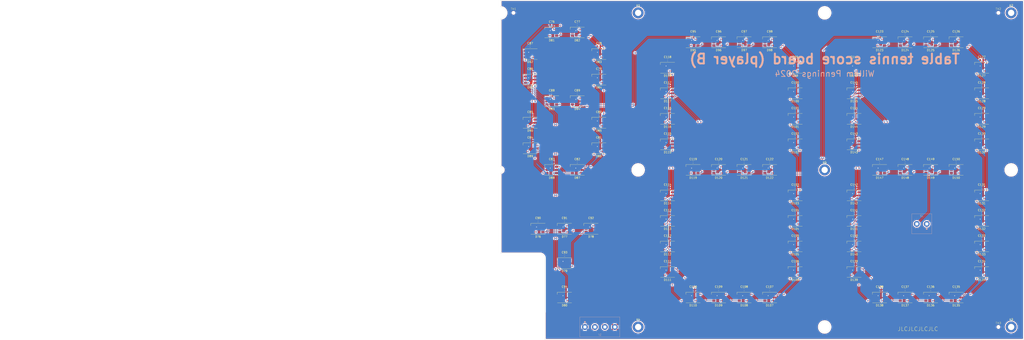
<source format=kicad_pcb>
(kicad_pcb (version 20221018) (generator pcbnew)
  (layers (0 "F.Cu" signal) (31 "B.Cu" signal) (34 "B.Paste" user) (35 "F.Paste" user) (36 "B.SilkS" user "B.Silkscreen") (37 "F.SilkS" user "F.Silkscreen") (38 "B.Mask" user) (39 "F.Mask" user) (44 "Edge.Cuts" user))
  (net 0 "")
  (net 1 "GND")
  (net 2 "/5v")
  (net 3 "/din")
  (net 4 "/bin")
  (net 5 "/bout")
  (net 6 "/dout")
  (net 8 "Net-(D76-DOUT)")
  (net 10 "Net-(D77-DOUT)")
  (net 12 "Net-(D78-DOUT)")
  (net 14 "Net-(D79-DOUT)")
  (net 16 "Net-(D80-DOUT)")
  (net 18 "Net-(D81-DOUT)")
  (net 20 "Net-(D82-DOUT)")
  (net 22 "Net-(D83-DOUT)")
  (net 24 "Net-(D84-DOUT)")
  (net 26 "Net-(D85-DOUT)")
  (net 28 "Net-(D86-DOUT)")
  (net 30 "Net-(D87-DOUT)")
  (net 32 "Net-(D88-DOUT)")
  (net 34 "Net-(D89-DOUT)")
  (net 36 "Net-(D90-DOUT)")
  (net 38 "Net-(D91-DOUT)")
  (net 40 "Net-(D92-DOUT)")
  (net 42 "Net-(D93-DOUT)")
  (net 44 "Net-(D94-DOUT)")
  (net 46 "Net-(D95-DOUT)")
  (net 48 "Net-(D96-DOUT)")
  (net 50 "Net-(D97-DOUT)")
  (net 52 "Net-(D100-BIN)")
  (net 54 "Net-(D100-DIN)")
  (net 56 "Net-(D100-DOUT)")
  (net 58 "Net-(D101-DOUT)")
  (net 60 "Net-(D102-DOUT)")
  (net 62 "Net-(D103-DOUT)")
  (net 64 "Net-(D104-DOUT)")
  (net 66 "Net-(D105-DOUT)")
  (net 68 "Net-(D106-DOUT)")
  (net 70 "Net-(D107-DOUT)")
  (net 72 "Net-(D108-DOUT)")
  (net 74 "Net-(D109-DOUT)")
  (net 76 "Net-(D110-DOUT)")
  (net 78 "Net-(D111-DOUT)")
  (net 80 "Net-(D112-DOUT)")
  (net 82 "Net-(D113-DOUT)")
  (net 84 "Net-(D114-DOUT)")
  (net 86 "Net-(D115-DOUT)")
  (net 88 "Net-(D116-DOUT)")
  (net 90 "Net-(D117-DOUT)")
  (net 92 "Net-(D118-DOUT)")
  (net 94 "Net-(D119-DOUT)")
  (net 96 "Net-(D120-DOUT)")
  (net 98 "Net-(D121-DOUT)")
  (net 100 "Net-(D122-DOUT)")
  (net 102 "Net-(D123-DOUT)")
  (net 104 "Net-(D124-DOUT)")
  (net 106 "Net-(D125-DOUT)")
  (net 108 "Net-(D126-DOUT)")
  (net 110 "Net-(D127-DOUT)")
  (net 112 "Net-(D128-DOUT)")
  (net 114 "Net-(D129-DOUT)")
  (net 116 "Net-(D130-DOUT)")
  (net 118 "Net-(D131-DOUT)")
  (net 120 "Net-(D132-DOUT)")
  (net 122 "Net-(D133-DOUT)")
  (net 124 "Net-(D134-DOUT)")
  (net 126 "Net-(D135-DOUT)")
  (net 128 "Net-(D136-DOUT)")
  (net 130 "Net-(D137-DOUT)")
  (net 132 "Net-(D138-DOUT)")
  (net 134 "Net-(D139-DOUT)")
  (net 136 "Net-(D140-DOUT)")
  (net 138 "Net-(D141-DOUT)")
  (net 140 "Net-(D142-DOUT)")
  (net 142 "Net-(D143-DOUT)")
  (net 144 "Net-(D144-DOUT)")
  (net 146 "Net-(D145-DOUT)")
  (net 148 "Net-(D146-DOUT)")
  (net 150 "Net-(D147-DOUT)")
  (net 152 "Net-(D148-DOUT)")
  (footprint "Capacitor_SMD:C_0603_1608Metric" (layer "F.Cu") (at 325.5 102.5 180)
    (fp_text reference "C82")
    (fp_text value "100 nF")
  )
  (footprint "Capacitor_SMD:C_0603_1608Metric" (layer "F.Cu") (at 312.5 67.5 180)
    (fp_text reference "C88")
    (fp_text value "100 nF")
  )
  (footprint "LED_SMD:LED_WS2812_PLCC6_5.0x5.0mm_P1.6mm" (layer "F.Cu") (at 384.5 41.5)
    (fp_text reference "D95")
    (fp_text value "WS2813")
  )
  (footprint "LED_SMD:LED_WS2812_PLCC6_5.0x5.0mm_P1.6mm" (layer "F.Cu") (at 436.5 54.5)
    (fp_text reference "D99")
    (fp_text value "WS2813")
  )
  (footprint "LED_SMD:LED_WS2812_PLCC6_5.0x5.0mm_P1.6mm" (layer "F.Cu") (at 531.5 132.5)
    (fp_text reference "D132")
    (fp_text value "WS2813")
  )
  (footprint "LED_SMD:LED_WS2812_PLCC6_5.0x5.0mm_P1.6mm" (layer "F.Cu") (at 332.5 136.5)
    (fp_text reference "D78")
    (fp_text value "WS2813")
  )
  (footprint "Capacitor_SMD:C_0603_1608Metric" (layer "F.Cu") (at 466.5 89.5 180)
    (fp_text reference "C143")
    (fp_text value "100 nF")
  )
  (footprint "Capacitor_SMD:C_0603_1608Metric" (layer "F.Cu") (at 305.5 132.5 180)
    (fp_text reference "C90")
    (fp_text value "100 nF")
  )
  (footprint "LED_SMD:LED_WS2812_PLCC6_5.0x5.0mm_P1.6mm" (layer "F.Cu") (at 384.5 106.5)
    (fp_text reference "D119")
    (fp_text value "WS2813")
  )
  (footprint "Capacitor_SMD:C_0603_1608Metric" (layer "F.Cu") (at 505.5 167.5 180)
    (fp_text reference "C136")
    (fp_text value "100 nF")
  )
  (footprint "Capacitor_SMD:C_0603_1608Metric" (layer "F.Cu") (at 410.5 167.5 180)
    (fp_text reference "C108")
    (fp_text value "100 nF")
  )
  (footprint "Capacitor_SMD:C_0603_1608Metric" (layer "F.Cu") (at 492.5 37.5 180)
    (fp_text reference "C124")
    (fp_text value "100 nF")
  )
  (footprint "Capacitor_SMD:C_0603_1608Metric" (layer "F.Cu") (at 319 167.5 180)
    (fp_text reference "C94")
    (fp_text value "100 nF")
  )
  (footprint "LED_SMD:LED_WS2812_PLCC6_5.0x5.0mm_P1.6mm" (layer "F.Cu") (at 479.5 106.5)
    (fp_text reference "D147")
    (fp_text value "WS2813")
  )
  (footprint "LED_SMD:LED_WS2812_PLCC6_5.0x5.0mm_P1.6mm" (layer "F.Cu") (at 466.5 145.5)
    (fp_text reference "D140")
    (fp_text value "WS2813")
  )
  (footprint "LED_SMD:LED_WS2812_PLCC6_5.0x5.0mm_P1.6mm" (layer "F.Cu") (at 466.5 119.5)
    (fp_text reference "D142")
    (fp_text value "WS2813")
  )
  (footprint "Capacitor_SMD:C_0603_1608Metric" (layer "F.Cu") (at 410.5 102.5 180)
    (fp_text reference "C121")
    (fp_text value "100 nF")
  )
  (footprint "Capacitor_SMD:C_0603_1608Metric" (layer "F.Cu") (at 336.5 43.5 180)
    (fp_text reference "C78")
    (fp_text value "100 nF")
  )
  (footprint "LED_SMD:LED_WS2812_PLCC6_5.0x5.0mm_P1.6mm" (layer "F.Cu") (at 319 171.5)
    (fp_text reference "D80")
    (fp_text value "WS2813")
  )
  (footprint "Capacitor_SMD:C_0603_1608Metric" (layer "F.Cu") (at 436.5 50.5 180)
    (fp_text reference "C99")
    (fp_text value "100 nF")
  )
  (footprint "LED_SMD:LED_WS2812_PLCC6_5.0x5.0mm_P1.6mm" (layer "F.Cu") (at 531.5 119.5)
    (fp_text reference "D131")
    (fp_text value "WS2813")
  )
  (footprint "LED_SMD:LED_WS2812_PLCC6_5.0x5.0mm_P1.6mm" (layer "F.Cu") (at 371.5 54.5)
    (fp_text reference "D118")
    (fp_text value "WS2813")
  )
  (footprint "LED_SMD:LED_WS2812_PLCC6_5.0x5.0mm_P1.6mm" (layer "F.Cu") (at 325.5 36.5)
    (fp_text reference "D82")
    (fp_text value "WS2813")
  )
  (footprint "Capacitor_SMD:C_0603_1608Metric" (layer "F.Cu") (at 371.5 128.5 180)
    (fp_text reference "C113")
    (fp_text value "100 nF")
  )
  (footprint "LED_SMD:LED_WS2812_PLCC6_5.0x5.0mm_P1.6mm" (layer "F.Cu") (at 436.5 67.5)
    (fp_text reference "D100")
    (fp_text value "WS2813")
  )
  (footprint "LED_SMD:LED_WS2812_PLCC6_5.0x5.0mm_P1.6mm" (layer "F.Cu") (at 466.5 80.5)
    (fp_text reference "D144")
    (fp_text value "WS2813")
  )
  (footprint "Capacitor_SMD:C_0603_1608Metric" (layer "F.Cu") (at 531.5 63.5 180)
    (fp_text reference "C128")
    (fp_text value "100 nF")
  )
  (footprint "LED_SMD:LED_WS2812_PLCC6_5.0x5.0mm_P1.6mm" (layer "F.Cu") (at 301.5 82.5)
    (fp_text reference "D90")
    (fp_text value "WS2813")
  )
  (footprint "LED_SMD:LED_WS2812_PLCC6_5.0x5.0mm_P1.6mm" (layer "F.Cu") (at 479.5 41.5)
    (fp_text reference "D123")
    (fp_text value "WS2813")
  )
  (footprint "LED_SMD:LED_WS2812_PLCC6_5.0x5.0mm_P1.6mm" (layer "F.Cu") (at 336.5 47.5)
    (fp_text reference "D83")
    (fp_text value "WS2813")
  )
  (footprint "LED_SMD:LED_WS2812_PLCC6_5.0x5.0mm_P1.6mm" (layer "F.Cu") (at 371.5 80.5)
    (fp_text reference "D116")
    (fp_text value "WS2813")
  )
  (footprint "Capacitor_SMD:C_0603_1608Metric" (layer "F.Cu") (at 371.5 141.5 180)
    (fp_text reference "C112")
    (fp_text value "100 nF")
  )
  (footprint "Capacitor_SMD:C_0603_1608Metric" (layer "F.Cu") (at 436.5 115.5 180)
    (fp_text reference "C103")
    (fp_text value "100 nF")
  )
  (footprint "MountingHole:MountingHole_3.2mm_M3_DIN965_Pad" (layer "F.Cu") (at 546.5 186.5)
    (fp_text reference "H3")
    (fp_text value "MountingHole")
  )
  (footprint "Capacitor_SMD:C_0603_1608Metric" (layer "F.Cu") (at 384.5 102.5 180)
    (fp_text reference "C119")
    (fp_text value "100 nF")
  )
  (footprint "Capacitor_SMD:C_0603_1608Metric" (layer "F.Cu") (at 301.5 78.5 180)
    (fp_text reference "C85")
    (fp_text value "100 nF")
  )
  (footprint "Capacitor_SMD:C_0603_1608Metric" (layer "F.Cu") (at 301.5 91.5 180)
    (fp_text reference "C84")
    (fp_text value "100 nF")
  )
  (footprint "LED_SMD:LED_WS2812_PLCC6_5.0x5.0mm_P1.6mm" (layer "F.Cu") (at 531.5 93.5)
    (fp_text reference "D130")
    (fp_text value "WS2813")
  )
  (footprint "Capacitor_SMD:C_0603_1608Metric" (layer "F.Cu") (at 531.5 76.5 180)
    (fp_text reference "C129")
    (fp_text value "100 nF")
  )
  (footprint "Capacitor_SMD:C_0603_1608Metric" (layer "F.Cu") (at 397.5 167.5 180)
    (fp_text reference "C109")
    (fp_text value "100 nF")
  )
  (footprint "LED_SMD:LED_WS2812_PLCC6_5.0x5.0mm_P1.6mm" (layer "F.Cu") (at 518.5 106.5)
    (fp_text reference "D150")
    (fp_text value "WS2813")
  )
  (footprint "Capacitor_SMD:C_0603_1608Metric" (layer "F.Cu") (at 319 132.5 180)
    (fp_text reference "C91")
    (fp_text value "100 nF")
  )
  (footprint "Capacitor_SMD:C_0603_1608Metric" (layer "F.Cu") (at 531.5 141.5 180)
    (fp_text reference "C133")
    (fp_text value "100 nF")
  )
  (footprint "Capacitor_SMD:C_0603_1608Metric" (layer "F.Cu") (at 531.5 154.5 180)
    (fp_text reference "C134")
    (fp_text value "100 nF")
  )
  (footprint "LED_SMD:LED_WS2812_PLCC6_5.0x5.0mm_P1.6mm" (layer "F.Cu") (at 423.5 106.5)
    (fp_text reference "D122")
    (fp_text value "WS2813")
  )
  (footprint "Capacitor_SMD:C_0603_1608Metric" (layer "F.Cu") (at 371.5 76.5 180)
    (fp_text reference "C116")
    (fp_text value "100 nF")
  )
  (footprint "Capacitor_SMD:C_0603_1608Metric" (layer "F.Cu") (at 466.5 76.5 180)
    (fp_text reference "C144")
    (fp_text value "100 nF")
  )
  (footprint "LED_SMD:LED_WS2812_PLCC6_5.0x5.0mm_P1.6mm" (layer "F.Cu") (at 436.5 158.5)
    (fp_text reference "D106")
    (fp_text value "WS2813")
  )
  (footprint "LED_SMD:LED_WS2812_PLCC6_5.0x5.0mm_P1.6mm" (layer "F.Cu") (at 301.5 47.5)
    (fp_text reference "D92")
    (fp_text value "WS2813")
  )
  (footprint "Capacitor_SMD:C_0603_1608Metric" (layer "F.Cu") (at 384.5 167.5 180)
    (fp_text reference "C110")
    (fp_text value "100 nF")
  )
  (footprint "Capacitor_SMD:C_0603_1608Metric" (layer "F.Cu") (at 336.5 56.5 180)
    (fp_text reference "C79")
    (fp_text value "100 nF")
  )
  (footprint "Capacitor_SMD:C_0603_1608Metric" (layer "F.Cu") (at 336.5 78.5 180)
    (fp_text reference "C80")
    (fp_text value "100 nF")
  )
  (footprint "Capacitor_SMD:C_0603_1608Metric" (layer "F.Cu") (at 371.5 154.5 180)
    (fp_text reference "C111")
    (fp_text value "100 nF")
  )
  (footprint "LED_SMD:LED_WS2812_PLCC6_5.0x5.0mm_P1.6mm" (layer "F.Cu") (at 371.5 145.5)
    (fp_text reference "D112")
    (fp_text value "WS2813")
  )
  (footprint "Capacitor_SMD:C_0603_1608Metric" (layer "F.Cu") (at 436.5 89.5 180)
    (fp_text reference "C102")
    (fp_text value "100 nF")
  )
  (footprint "LED_SMD:LED_WS2812_PLCC6_5.0x5.0mm_P1.6mm" (layer "F.Cu") (at 423.5 171.5)
    (fp_text reference "D107")
    (fp_text value "WS2813")
  )
  (footprint "Capacitor_SMD:C_0603_1608Metric" (layer "F.Cu") (at 518.5 37.5 180)
    (fp_text reference "C126")
    (fp_text value "100 nF")
  )
  (footprint "LED_SMD:LED_WS2812_PLCC6_5.0x5.0mm_P1.6mm" (layer "F.Cu") (at 436.5 132.5)
    (fp_text reference "D104")
    (fp_text value "WS2813")
  )
  (footprint "LED_SMD:LED_WS2812_PLCC6_5.0x5.0mm_P1.6mm" (layer "F.Cu") (at 531.5 54.5)
    (fp_text reference "D127")
    (fp_text value "WS2813")
  )
  (footprint "LED_SMD:LED_WS2812_PLCC6_5.0x5.0mm_P1.6mm" (layer "F.Cu") (at 371.5 119.5)
    (fp_text reference "D114")
    (fp_text value "WS2813")
  )
  (footprint "Capacitor_SMD:C_0603_1608Metric" (layer "F.Cu") (at 397.5 37.5 180)
    (fp_text reference "C96")
    (fp_text value "100 nF")
  )
  (footprint "Capacitor_SMD:C_0603_1608Metric" (layer "F.Cu") (at 301.5 56.5 180)
    (fp_text reference "C86")
    (fp_text value "100 nF")
  )
  (footprint "LED_SMD:LED_WS2812_PLCC6_5.0x5.0mm_P1.6mm" (layer "F.Cu") (at 410.5 106.5)
    (fp_text reference "D121")
    (fp_text value "WS2813")
  )
  (footprint "Capacitor_SMD:C_0603_1608Metric" (layer "F.Cu") (at 531.5 50.5 180)
    (fp_text reference "C127")
    (fp_text value "100 nF")
  )
  (footprint "LED_SMD:LED_WS2812_PLCC6_5.0x5.0mm_P1.6mm" (layer "F.Cu") (at 319 154)
    (fp_text reference "D79")
    (fp_text value "WS2813")
  )
  (footprint "Capacitor_SMD:C_0603_1608Metric" (layer "F.Cu") (at 436.5 154.5 180)
    (fp_text reference "C106")
    (fp_text value "100 nF")
  )
  (footprint "Capacitor_SMD:C_0603_1608Metric" (layer "F.Cu") (at 479.5 37.5 180)
    (fp_text reference "C123")
    (fp_text value "100 nF")
  )
  (footprint "Capacitor_SMD:C_0603_1608Metric" (layer "F.Cu") (at 492.5 167.5 180)
    (fp_text reference "C137")
    (fp_text value "100 nF")
  )
  (footprint "LED_SMD:LED_WS2812_PLCC6_5.0x5.0mm_P1.6mm" (layer "F.Cu") (at 518.5 171.5)
    (fp_text reference "D135")
    (fp_text value "WS2813")
  )
  (footprint "LED_SMD:LED_WS2812_PLCC6_5.0x5.0mm_P1.6mm" (layer "F.Cu") (at 531.5 145.5)
    (fp_text reference "D133")
    (fp_text value "WS2813")
  )
  (footprint "LED_SMD:LED_WS2812_PLCC6_5.0x5.0mm_P1.6mm" (layer "F.Cu") (at 492.5 171.5)
    (fp_text reference "D137")
    (fp_text value "WS2813")
  )
  (footprint "Capacitor_SMD:C_0603_1608Metric" (layer "F.Cu") (at 423.5 102.5 180)
    (fp_text reference "C122")
    (fp_text value "100 nF")
  )
  (footprint "LED_SMD:LED_WS2812_PLCC6_5.0x5.0mm_P1.6mm" (layer "F.Cu") (at 305.5 136.5)
    (fp_text reference "D76")
    (fp_text value "WS2813")
  )
  (footprint "LED_SMD:LED_WS2812_PLCC6_5.0x5.0mm_P1.6mm" (layer "F.Cu") (at 397.5 106.5)
    (fp_text reference "D120")
    (fp_text value "WS2813")
  )
  (footprint "Capacitor_SMD:C_0603_1608Metric" (layer "F.Cu") (at 436.5 128.5 180)
    (fp_text reference "C104")
    (fp_text value "100 nF")
  )
  (footprint "Capacitor_SMD:C_0603_1608Metric" (layer "F.Cu") (at 436.5 63.5 180)
    (fp_text reference "C100")
    (fp_text value "100 nF")
  )
  (footprint "Capacitor_SMD:C_0603_1608Metric" (layer "F.Cu") (at 325.5 32.5 180)
    (fp_text reference "C77")
    (fp_text value "100 nF")
  )
  (footprint "LED_SMD:LED_WS2812_PLCC6_5.0x5.0mm_P1.6mm" (layer "F.Cu") (at 505.5 41.5)
    (fp_text reference "D125")
    (fp_text value "WS2813")
  )
  (footprint "LED_SMD:LED_WS2812_PLCC6_5.0x5.0mm_P1.6mm" (layer "F.Cu") (at 312.5 106.5)
    (fp_text reference "D88")
    (fp_text value "WS2813")
  )
  (footprint "wp-misc:JLCPCB tooling hole" (layer "F.Cu") (at 540 26.5)
    (fp_text reference "TH2")
    (fp_text value "MountingHole")
  )
  (footprint "LED_SMD:LED_WS2812_PLCC6_5.0x5.0mm_P1.6mm" (layer "F.Cu") (at 518.5 41.5)
    (fp_text reference "D126")
    (fp_text value "WS2813")
  )
  (footprint "LED_SMD:LED_WS2812_PLCC6_5.0x5.0mm_P1.6mm" (layer "F.Cu") (at 479.5 171.5)
    (fp_text reference "D138")
    (fp_text value "WS2813")
  )
  (footprint "LED_SMD:LED_WS2812_PLCC6_5.0x5.0mm_P1.6mm" (layer "F.Cu") (at 466.5 158.5)
    (fp_text reference "D139")
    (fp_text value "WS2813")
  )
  (footprint "LED_SMD:LED_WS2812_PLCC6_5.0x5.0mm_P1.6mm" (layer "F.Cu") (at 466.5 132.5)
    (fp_text reference "D141")
    (fp_text value "WS2813")
  )
  (footprint "LED_SMD:LED_WS2812_PLCC6_5.0x5.0mm_P1.6mm" (layer "F.Cu") (at 423.5 41.5)
    (fp_text reference "D98")
    (fp_text value "WS2813")
  )
  (footprint "LED_SMD:LED_WS2812_PLCC6_5.0x5.0mm_P1.6mm" (layer "F.Cu") (at 505.5 171.5)
    (fp_text reference "D136")
    (fp_text value "WS2813")
  )
  (footprint "LED_SMD:LED_WS2812_PLCC6_5.0x5.0mm_P1.6mm" (layer "F.Cu") (at 492.5 106.5)
    (fp_text reference "D148")
    (fp_text value "WS2813")
  )
  (footprint "Capacitor_SMD:C_0603_1608Metric" (layer "F.Cu") (at 466.5 128.5 180)
    (fp_text reference "C141")
    (fp_text value "100 nF")
  )
  (footprint "Capacitor_SMD:C_0603_1608Metric" (layer "F.Cu") (at 518.5 102.5 180)
    (fp_text reference "C150")
    (fp_text value "100 nF")
  )
  (footprint "MountingHole:MountingHole_3.2mm_M3_DIN965_Pad" (layer "F.Cu") (at 356.5 26.5)
    (fp_text reference "H1")
    (fp_text value "MountingHole")
  )
  (footprint "LED_SMD:LED_WS2812_PLCC6_5.0x5.0mm_P1.6mm" (layer "F.Cu") (at 531.5 158.5)
    (fp_text reference "D134")
    (fp_text value "WS2813")
  )
  (footprint "LED_SMD:LED_WS2812_PLCC6_5.0x5.0mm_P1.6mm" (layer "F.Cu") (at 384.5 171.5)
    (fp_text reference "D110")
    (fp_text value "WS2813")
  )
  (footprint "MountingHole:MountingHole_3.2mm_M3_DIN965_Pad" (layer "F.Cu") (at 546.5 26.5)
    (fp_text reference "H2")
    (fp_text value "MountingHole")
  )
  (footprint "Capacitor_SMD:C_0603_1608Metric" (layer "F.Cu") (at 479.5 167.5 180)
    (fp_text reference "C138")
    (fp_text value "100 nF")
  )
  (footprint "Capacitor_SMD:C_0603_1608Metric" (layer "F.Cu") (at 336.5 91.5 180)
    (fp_text reference "C81")
    (fp_text value "100 nF")
  )
  (footprint "wp-misc:JLCPCB tooling hole" (layer "F.Cu") (at 540 186.5)
    (fp_text reference "TH3")
    (fp_text value "MountingHole")
  )
  (footprint "LED_SMD:LED_WS2812_PLCC6_5.0x5.0mm_P1.6mm" (layer "F.Cu") (at 325.5 106.5)
    (fp_text reference "D87")
    (fp_text value "WS2813")
  )
  (footprint "LED_SMD:LED_WS2812_PLCC6_5.0x5.0mm_P1.6mm" (layer "F.Cu") (at 436.5 80.5)
    (fp_text reference "D101")
    (fp_text value "WS2813")
  )
  (footprint "Capacitor_SMD:C_0603_1608Metric" (layer "F.Cu") (at 466.5 141.5 180)
    (fp_text reference "C140")
    (fp_text value "100 nF")
  )
  (footprint "LED_SMD:LED_WS2812_PLCC6_5.0x5.0mm_P1.6mm" (layer "F.Cu") (at 325.5 71.5)
    (fp_text reference "D94")
    (fp_text value "WS2813")
  )
  (footprint "LED_SMD:LED_WS2812_PLCC6_5.0x5.0mm_P1.6mm" (layer "F.Cu") (at 371.5 67.5)
    (fp_text reference "D117")
    (fp_text value "WS2813")
  )
  (footprint "LED_SMD:LED_WS2812_PLCC6_5.0x5.0mm_P1.6mm" (layer "F.Cu") (at 336.5 82.5)
    (fp_text reference "D85")
    (fp_text value "WS2813")
  )
  (footprint "MountingHole:MountingHole_3.2mm_M3_DIN965_Pad" (layer "F.Cu") (at 356.5 186.5)
    (fp_text reference "H4")
    (fp_text value "MountingHole")
  )
  (footprint "LED_SMD:LED_WS2812_PLCC6_5.0x5.0mm_P1.6mm" (layer "F.Cu") (at 312.5 36.5)
    (fp_text reference "D81")
    (fp_text value "WS2813")
  )
  (footprint "LED_SMD:LED_WS2812_PLCC6_5.0x5.0mm_P1.6mm" (layer "F.Cu") (at 410.5 41.5)
    (fp_text reference "D97")
    (fp_text value "WS2813")
  )
  (footprint "LED_SMD:LED_WS2812_PLCC6_5.0x5.0mm_P1.6mm" (layer "F.Cu") (at 371.5 132.5)
    (fp_text reference "D113")
    (fp_text value "WS2813")
  )
  (footprint "LED_SMD:LED_WS2812_PLCC6_5.0x5.0mm_P1.6mm" (layer "F.Cu") (at 336.5 95.5)
    (fp_text reference "D86")
    (fp_text value "WS2813")
  )
  (footprint "LED_SMD:LED_WS2812_PLCC6_5.0x5.0mm_P1.6mm" (layer "F.Cu") (at 312.5 71.5)
    (fp_text reference "D93")
    (fp_text value "WS2813")
  )
  (footprint "LED_SMD:LED_WS2812_PLCC6_5.0x5.0mm_P1.6mm" (layer "F.Cu") (at 301.5 60.5)
    (fp_text reference "D91")
    (fp_text value "WS2813")
  )
  (footprint "Capacitor_SMD:C_0603_1608Metric" (layer "F.Cu") (at 492.5 102.5 180)
    (fp_text reference "C148")
    (fp_text value "100 nF")
  )
  (footprint "LED_SMD:LED_WS2812_PLCC6_5.0x5.0mm_P1.6mm" (layer "F.Cu") (at 397.5 41.5)
    (fp_text reference "D96")
    (fp_text value "WS2813")
  )
  (footprint "Capacitor_SMD:C_0603_1608Metric" (layer "F.Cu") (at 371.5 115.5 180)
    (fp_text reference "C114")
    (fp_text value "100 nF")
  )
  (footprint "Capacitor_SMD:C_0603_1608Metric" (layer "F.Cu") (at 397.5 102.5 180)
    (fp_text reference "C120")
    (fp_text value "100 nF")
  )
  (footprint "Capacitor_SMD:C_0603_1608Metric" (layer "F.Cu") (at 371.5 50.5 180)
    (fp_text reference "C118")
    (fp_text value "100 nF")
  )
  (footprint "Capacitor_SMD:C_0603_1608Metric" (layer "F.Cu") (at 332.5 132.5 180)
    (fp_text reference "C92")
    (fp_text value "100 nF")
  )
  (footprint "Capacitor_SMD:C_0603_1608Metric" (layer "F.Cu") (at 505.5 102.5 180)
    (fp_text reference "C149")
    (fp_text value "100 nF")
  )
  (footprint "MountingHole:MountingHole_3.2mm_M3_DIN965_Pad" (layer "F.Cu") (at 451.5 106.5)
    (fp_text reference "H5")
    (fp_text value "MountingHole")
  )
  (footprint "LED_SMD:LED_WS2812_PLCC6_5.0x5.0mm_P1.6mm" (layer "F.Cu") (at 531.5 67.5)
    (fp_text reference "D128")
    (fp_text value "WS2813")
  )
  (footprint "LED_SMD:LED_WS2812_PLCC6_5.0x5.0mm_P1.6mm" (layer "F.Cu") (at 371.5 158.5)
    (fp_text reference "D111")
    (fp_text value "WS2813")
  )
  (footprint "LED_SMD:LED_WS2812_PLCC6_5.0x5.0mm_P1.6mm" (layer "F.Cu") (at 436.5 145.5)
    (fp_text reference "D105")
    (fp_text value "WS2813")
  )
  (footprint "Capacitor_SMD:C_0603_1608Metric" (layer "F.Cu") (at 505.5 37.5 180)
    (fp_text reference "C125")
    (fp_text value "100 nF")
  )
  (footprint "LED_SMD:LED_WS2812_PLCC6_5.0x5.0mm_P1.6mm" (layer "F.Cu") (at 466.5 54.5)
    (fp_text reference "D146")
    (fp_text value "WS2813")
  )
  (footprint "Capacitor_SMD:C_0603_1608Metric" (layer "F.Cu") (at 479.5 102.5 180)
    (fp_text reference "C147")
    (fp_text value "100 nF")
  )
  (footprint "Capacitor_SMD:C_0603_1608Metric" (layer "F.Cu") (at 319 150 180)
    (fp_text reference "C93")
    (fp_text value "100 nF")
  )
  (footprint "LED_SMD:LED_WS2812_PLCC6_5.0x5.0mm_P1.6mm" (layer "F.Cu") (at 336.5 60.5)
    (fp_text reference "D84")
    (fp_text value "WS2813")
  )
  (footprint "Capacitor_SMD:C_0603_1608Metric" (layer "F.Cu") (at 466.5 115.5 180)
    (fp_text reference "C142")
    (fp_text value "100 nF")
  )
  (footprint "LED_SMD:LED_WS2812_PLCC6_5.0x5.0mm_P1.6mm" (layer "F.Cu") (at 531.5 80.5)
    (fp_text reference "D129")
    (fp_text value "WS2813")
  )
  (footprint "Capacitor_SMD:C_0603_1608Metric" (layer "F.Cu") (at 410.5 37.5 180)
    (fp_text reference "C97")
    (fp_text value "100 nF")
  )
  (footprint "Capacitor_SMD:C_0603_1608Metric" (layer "F.Cu") (at 325.5 67.5 180)
    (fp_text reference "C89")
    (fp_text value "100 nF")
  )
  (footprint "Capacitor_SMD:C_0603_1608Metric" (layer "F.Cu") (at 466.5 50.5 180)
    (fp_text reference "C146")
    (fp_text value "100 nF")
  )
  (footprint "LED_SMD:LED_WS2812_PLCC6_5.0x5.0mm_P1.6mm" (layer "F.Cu") (at 371.5 93.5)
    (fp_text reference "D115")
    (fp_text value "WS2813")
  )
  (footprint "Capacitor_SMD:C_0603_1608Metric" (layer "F.Cu") (at 436.5 76.5 180)
    (fp_text reference "C101")
    (fp_text value "100 nF")
  )
  (footprint "Capacitor_SMD:C_0603_1608Metric" (layer "F.Cu") (at 436.5 141.5 180)
    (fp_text reference "C105")
    (fp_text value "100 nF")
  )
  (footprint "wp-misc:JLCPCB tooling hole" (layer "F.Cu") (at 293 26.5)
    (fp_text reference "TH1")
    (fp_text value "MountingHole")
  )
  (footprint "LED_SMD:LED_WS2812_PLCC6_5.0x5.0mm_P1.6mm" (layer "F.Cu") (at 397.5 171.5)
    (fp_text reference "D109")
    (fp_text value "WS2813")
  )
  (footprint "Capacitor_SMD:C_0603_1608Metric" (layer "F.Cu") (at 531.5 115.5 180)
    (fp_text reference "C131")
    (fp_text value "100 nF")
  )
  (footprint "Capacitor_SMD:C_0603_1608Metric" (layer "F.Cu") (at 466.5 154.5 180)
    (fp_text reference "C139")
    (fp_text value "100 nF")
  )
  (footprint "Capacitor_SMD:C_0603_1608Metric" (layer "F.Cu") (at 423.5 37.5 180)
    (fp_text reference "C98")
    (fp_text value "100 nF")
  )
  (footprint "Capacitor_SMD:C_0603_1608Metric" (layer "F.Cu") (at 371.5 89.5 180)
    (fp_text reference "C115")
    (fp_text value "100 nF")
  )
  (footprint "LED_SMD:LED_WS2812_PLCC6_5.0x5.0mm_P1.6mm" (layer "F.Cu") (at 505.5 106.5)
    (fp_text reference "D149")
    (fp_text value "WS2813")
  )
  (footprint "LED_SMD:LED_WS2812_PLCC6_5.0x5.0mm_P1.6mm" (layer "F.Cu") (at 436.5 119.5)
    (fp_text reference "D103")
    (fp_text value "WS2813")
  )
  (footprint "LED_SMD:LED_WS2812_PLCC6_5.0x5.0mm_P1.6mm" (layer "F.Cu") (at 410.5 171.5)
    (fp_text reference "D108")
    (fp_text value "WS2813")
  )
  (footprint "LED_SMD:LED_WS2812_PLCC6_5.0x5.0mm_P1.6mm" (layer "F.Cu") (at 466.5 67.5)
    (fp_text reference "D145")
    (fp_text value "WS2813")
  )
  (footprint "LED_SMD:LED_WS2812_PLCC6_5.0x5.0mm_P1.6mm" (layer "F.Cu") (at 436.5 93.5)
    (fp_text reference "D102")
    (fp_text value "WS2813")
  )
  (footprint "Capacitor_SMD:C_0603_1608Metric" (layer "F.Cu") (at 371.5 63.5 180)
    (fp_text reference "C117")
    (fp_text value "100 nF")
  )
  (footprint "Capacitor_SMD:C_0603_1608Metric" (layer "F.Cu") (at 531.5 128.5 180)
    (fp_text reference "C132")
    (fp_text value "100 nF")
  )
  (footprint "LED_SMD:LED_WS2812_PLCC6_5.0x5.0mm_P1.6mm" (layer "F.Cu") (at 301.5 95.5)
    (fp_text reference "D89")
    (fp_text value "WS2813")
  )
  (footprint "Capacitor_SMD:C_0603_1608Metric" (layer "F.Cu") (at 531.5 89.5 180)
    (fp_text reference "C130")
    (fp_text value "100 nF")
  )
  (footprint "Capacitor_SMD:C_0603_1608Metric" (layer "F.Cu") (at 466.5 63.5 180)
    (fp_text reference "C145")
    (fp_text value "100 nF")
  )
  (footprint "LED_SMD:LED_WS2812_PLCC6_5.0x5.0mm_P1.6mm" (layer "F.Cu") (at 466.5 93.5)
    (fp_text reference "D143")
    (fp_text value "WS2813")
  )
  (footprint "Capacitor_SMD:C_0603_1608Metric" (layer "F.Cu") (at 518.5 167.5 180)
    (fp_text reference "C135")
    (fp_text value "100 nF")
  )
  (footprint "Capacitor_SMD:C_0603_1608Metric" (layer "F.Cu") (at 312.5 32.5 180)
    (fp_text reference "C76")
    (fp_text value "100 nF")
  )
  (footprint "Capacitor_SMD:C_0603_1608Metric" (layer "F.Cu") (at 312.5 102.5 180)
    (fp_text reference "C83")
    (fp_text value "100 nF")
  )
  (footprint "Capacitor_SMD:C_0603_1608Metric" (layer "F.Cu") (at 423.5 167.5 180)
    (fp_text reference "C107")
    (fp_text value "100 nF")
  )
  (footprint "Capacitor_SMD:C_0603_1608Metric" (layer "F.Cu") (at 384.5 37.5 180)
    (fp_text reference "C95")
    (fp_text value "100 nF")
  )
  (footprint "LED_SMD:LED_WS2812_PLCC6_5.0x5.0mm_P1.6mm" (layer "F.Cu") (at 319 136.5)
    (fp_text reference "D77")
    (fp_text value "WS2813")
  )
  (footprint "Capacitor_SMD:C_0603_1608Metric" (layer "F.Cu") (at 301.5 43.5 180)
    (fp_text reference "C87")
    (fp_text value "100 nF")
  )
  (footprint "LED_SMD:LED_WS2812_PLCC6_5.0x5.0mm_P1.6mm" (layer "F.Cu") (at 492.5 41.5)
    (fp_text reference "D124")
    (fp_text value "WS2813")
  )
  (footprint "wp-connector:Dorabo DB128V-5.08-2P" (layer "B.Cu") (at 500.96 134 180)
    (fp_text reference "J2")
    (fp_text value "Conn_01x02")
  )
  (footprint "wp-connector:Dorabo DB128V-5.08-4P" (layer "B.Cu") (at 337 186.5)
    (fp_text reference "J1")
    (fp_text value "Conn_01x04")
  )
  (gr_circle (center 451.5 186.5) (end 454.5 186.5) (stroke (width 0.1)) (fill none) (layer "Edge.Cuts"))
  (gr_circle (center 356.5 106.5) (end 359.5 106.5) (stroke (width 0.1)) (fill none) (layer "Edge.Cuts"))
  (gr_line (start 553 20) (end 553 193) (stroke (width 0.1)) (layer "Edge.Cuts"))
  (gr_circle (center 546.5 106.5) (end 549.5 106.5) (stroke (width 0.1)) (fill none) (layer "Edge.Cuts"))
  (gr_line (start 286.5 108.1) (end 286.5 149) (stroke (width 0.1)) (layer "Edge.Cuts"))
  (gr_line (start 309 193) (end 553 193) (stroke (width 0.1)) (layer "Edge.Cuts"))
  (gr_arc (start 286.5 104.9) (mid 288.1 106.5) (end 286.5 108.1) (stroke (width 0.1)) (layer "Edge.Cuts"))
  (gr_line (start 309 151.5) (end 309 193) (stroke (width 0.1)) (layer "Edge.Cuts"))
  (gr_arc (start 286.5 23.5) (mid 289.5 26.5) (end 286.5 29.5) (stroke (width 0.1)) (layer "Edge.Cuts"))
  (gr_line (start 286.5 104.9) (end 286.5 29.5) (stroke (width 0.1)) (layer "Edge.Cuts"))
  (gr_arc (start 306.5 149) (mid 308.267767 149.732233) (end 309 151.5) (stroke (width 0.1)) (layer "Edge.Cuts"))
  (gr_line (start 286.5 20) (end 553 20) (stroke (width 0.1)) (layer "Edge.Cuts"))
  (gr_line (start 306.5 149) (end 286.5 149) (stroke (width 0.1)) (layer "Edge.Cuts"))
  (gr_line (start 286.5 20) (end 286.5 23.5) (stroke (width 0.1)) (layer "Edge.Cuts"))
  (gr_circle (center 451.5 26.5) (end 454.5 26.5) (stroke (width 0.1)) (fill none) (layer "Edge.Cuts"))
  (gr_text "Willem Pennings 2024" (at 451.5 57.5) (layer "B.SilkS") (effects (font (size 3 3) (thickness 0.375)) (justify mirror)))
  (gr_text "Table tennis score board (player B)" (at 451.5 50) (layer "B.SilkS") (effects (font (size 5 5) (thickness 1) bold) (justify mirror)))
  (gr_text "JLCJLCJLCJLC" (at 499 187.5) (layer "F.SilkS") (effects (font (size 2 2))))
  (segment (start 382.8 41.5) (end 382.05 41.5) (width 0.25) (layer "F.Cu") (net 2))
  (segment (start 465.725 128.5) (end 465.725 131.575) (width 0.25) (layer "F.Cu") (net 2))
  (segment (start 434.8 132.5) (end 434.05 132.5) (width 0.25) (layer "F.Cu") (net 2))
  (segment (start 396.725 167.5) (end 396.725 170.575) (width 0.25) (layer "F.Cu") (net 2))
  (segment (start 369.8 54.5) (end 369.05 54.5) (width 0.25) (layer "F.Cu") (net 2))
  (segment (start 517.725 167.5) (end 517.725 170.575) (width 0.25) (layer "F.Cu") (net 2))
  (segment (start 409.725 37.5) (end 409.725 40.575) (width 0.25) (layer "F.Cu") (net 2))
  (segment (start 409.725 167.5) (end 409.725 170.575) (width 0.25) (layer "F.Cu") (net 2))
  (segment (start 435.725 154.5) (end 435.725 157.575) (width 0.25) (layer "F.Cu") (net 2))
  (segment (start 409.725 40.575) (end 408.8 41.5) (width 0.25) (layer "F.Cu") (net 2))
  (segment (start 435.725 144.575) (end 434.8 145.5) (width 0.25) (layer "F.Cu") (net 2))
  (segment (start 530.725 115.5) (end 530.725 118.575) (width 0.25) (layer "F.Cu") (net 2))
  (segment (start 335.725 94.575) (end 334.8 95.5) (width 0.25) (layer "F.Cu") (net 2))
  (segment (start 464.8 132.5) (end 464.05 132.5) (width 0.25) (layer "F.Cu") (net 2))
  (segment (start 465.725 66.575) (end 464.8 67.5) (width 0.25) (layer "F.Cu") (net 2))
  (segment (start 435.725 89.5) (end 435.725 92.575) (width 0.25) (layer "F.Cu") (net 2))
  (segment (start 300.725 81.575) (end 299.8 82.5) (width 0.25) (layer "F.Cu") (net 2))
  (segment (start 331.725 132.5) (end 331.725 135.575) (width 0.25) (layer "F.Cu") (net 2))
  (segment (start 299.8 47.5) (end 299.05 47.5) (width 0.25) (layer "F.Cu") (net 2))
  (segment (start 370.725 115.5) (end 370.725 118.575) (width 0.25) (layer "F.Cu") (net 2))
  (segment (start 317.3 171.5) (end 316.55 171.5) (width 0.25) (layer "F.Cu") (net 2))
  (segment (start 422.725 102.5) (end 422.725 105.575) (width 0.25) (layer "F.Cu") (net 2))
  (segment (start 530.725 89.5) (end 530.725 92.575) (width 0.25) (layer "F.Cu") (net 2))
  (segment (start 334.8 60.5) (end 334.05 60.5) (width 0.25) (layer "F.Cu") (net 2))
  (segment (start 529.8 54.5) (end 529.05 54.5) (width 0.25) (layer "F.Cu") (net 2))
  (segment (start 335.725 91.5) (end 335.725 94.575) (width 0.25) (layer "F.Cu") (net 2))
  (segment (start 335.775 46.575) (end 334.85 47.5) (width 0.25) (layer "F.Cu") (net 2))
  (segment (start 382.8 171.5) (end 382.05 171.5) (width 0.25) (layer "F.Cu") (net 2))
  (segment (start 503.8 171.5) (end 503.05 171.5) (width 0.25) (layer "F.Cu") (net 2))
  (segment (start 529.8 93.5) (end 529.05 93.5) (width 0.25) (layer "F.Cu") (net 2))
  (segment (start 516.8 41.5) (end 516.05 41.5) (width 0.25) (layer "F.Cu") (net 2))
  (segment (start 421.8 171.5) (end 421.05 171.5) (width 0.25) (layer "F.Cu") (net 2))
  (segment (start 335.725 59.575) (end 334.8 60.5) (width 0.25) (layer "F.Cu") (net 2))
  (segment (start 490.8 171.5) (end 490.05 171.5) (width 0.25) (layer "F.Cu") (net 2))
  (segment (start 318.225 153.075) (end 317.3 154) (width 0.25) (layer "F.Cu") (net 2))
  (segment (start 478.725 37.5) (end 478.725 40.575) (width 0.25) (layer "F.Cu") (net 2))
  (segment (start 299.8 60.5) (end 299.05 60.5) (width 0.25) (layer "F.Cu") (net 2))
  (segment (start 335.725 81.575) (end 334.8 82.5) (width 0.25) (layer "F.Cu") (net 2))
  (segment (start 396.725 102.5) (end 396.725 105.575) (width 0.25) (layer "F.Cu") (net 2))
  (segment (start 310.8 36.5) (end 310.05 36.5) (width 0.25) (layer "F.Cu") (net 2))
  (segment (start 370.725 89.5) (end 370.725 92.575) (width 0.25) (layer "F.Cu") (net 2))
  (segment (start 465.725 89.5) (end 465.725 92.575) (width 0.25) (layer "F.Cu") (net 2))
  (segment (start 300.725 94.575) (end 299.8 95.5) (width 0.25) (layer "F.Cu") (net 2))
  (segment (start 383.725 105.575) (end 382.8 106.5) (width 0.25) (layer "F.Cu") (net 2))
  (segment (start 464.8 158.5) (end 464.05 158.5) (width 0.25) (layer "F.Cu") (net 2))
  (segment (start 530.725 144.575) (end 529.8 145.5) (width 0.25) (layer "F.Cu") (net 2))
  (segment (start 491.725 167.5) (end 491.725 170.575) (width 0.25) (layer "F.Cu") (net 2))
  (segment (start 300.725 46.575) (end 299.8 47.5) (width 0.25) (layer "F.Cu") (net 2))
  (segment (start 478.725 40.575) (end 477.8 41.5) (width 0.25) (layer "F.Cu") (net 2))
  (segment (start 324.725 102.5) (end 324.725 105.575) (width 0.25) (layer "F.Cu") (net 2))
  (segment (start 370.725 66.575) (end 369.8 67.5) (width 0.25) (layer "F.Cu") (net 2))
  (segment (start 421.8 41.5) (end 421.05 41.5) (width 0.25) (layer "F.Cu") (net 2))
  (segment (start 370.725 118.575) (end 369.8 119.5) (width 0.25) (layer "F.Cu") (net 2))
  (segment (start 516.8 106.5) (end 516.05 106.5) (width 0.25) (layer "F.Cu") (net 2))
  (segment (start 370.725 92.575) (end 369.8 93.5) (width 0.25) (layer "F.Cu") (net 2))
  (segment (start 334.8 95.5) (end 334.05 95.5) (width 0.25) (layer "F.Cu") (net 2))
  (segment (start 435.725 141.5) (end 435.725 144.575) (width 0.25) (layer "F.Cu") (net 2))
  (segment (start 491.725 105.575) (end 490.8 106.5) (width 0.25) (layer "F.Cu") (net 2))
  (segment (start 517.725 40.575) (end 516.8 41.5) (width 0.25) (layer "F.Cu") (net 2))
  (segment (start 409.725 105.575) (end 408.8 106.5) (width 0.25) (layer "F.Cu") (net 2))
  (segment (start 530.725 79.575) (end 529.8 80.5) (width 0.25) (layer "F.Cu") (net 2))
  (segment (start 530.725 92.575) (end 529.8 93.5) (width 0.25) (layer "F.Cu") (net 2))
  (segment (start 435.725 157.575) (end 434.8 158.5) (width 0.25) (layer "F.Cu") (net 2))
  (segment (start 477.8 171.5) (end 477.05 171.5) (width 0.25) (layer "F.Cu") (net 2))
  (segment (start 370.725 79.575) (end 369.8 80.5) (width 0.25) (layer "F.Cu") (net 2))
  (segment (start 530.725 66.575) (end 529.8 67.5) (width 0.25) (layer "F.Cu") (net 2))
  (segment (start 311.725 70.575) (end 310.8 71.5) (width 0.25) (layer "F.Cu") (net 2))
  (segment (start 408.8 41.5) (end 408.05 41.5) (width 0.25) (layer "F.Cu") (net 2))
  (segment (start 299.8 82.5) (end 299.05 82.5) (width 0.25) (layer "F.Cu") (net 2))
  (segment (start 311.725 35.575) (end 310.8 36.5) (width 0.25) (layer "F.Cu") (net 2))
  (segment (start 435.725 115.5) (end 435.725 118.575) (width 0.25) (layer "F.Cu") (net 2))
  (segment (start 530.725 154.5) (end 530.725 157.575) (width 0.25) (layer "F.Cu") (net 2))
  (segment (start 323.8 36.5) (end 323.05 36.5) (width 0.25) (layer "F.Cu") (net 2))
  (segment (start 422.725 167.5) (end 422.725 170.575) (width 0.25) (layer "F.Cu") (net 2))
  (segment (start 530.725 157.575) (end 529.8 158.5) (width 0.25) (layer "F.Cu") (net 2))
  (segment (start 395.8 41.5) (end 395.05 41.5) (width 0.25) (layer "F.Cu") (net 2))
  (segment (start 465.725 79.575) (end 464.8 80.5) (width 0.25) (layer "F.Cu") (net 2))
  (segment (start 477.8 41.5) (end 477.05 41.5) (width 0.25) (layer "F.Cu") (net 2))
  (segment (start 530.725 128.5) (end 530.725 131.575) (width 0.25) (layer "F.Cu") (net 2))
  (segment (start 530.725 50.5) (end 530.725 53.575) (width 0.25) (layer "F.Cu") (net 2))
  (segment (start 334.85 47.5) (end 334.1 47.5) (width 0.25) (layer "F.Cu") (net 2))
  (segment (start 369.8 158.5) (end 369.05 158.5) (width 0.25) (layer "F.Cu") (net 2))
  (segment (start 299.8 95.5) (end 299.05 95.5) (width 0.25) (layer "F.Cu") (net 2))
  (segment (start 335.725 56.5) (end 335.725 59.575) (width 0.25) (layer "F.Cu") (net 2))
  (segment (start 434.8 80.5) (end 434.05 80.5) (width 0.25) (layer "F.Cu") (net 2))
  (segment (start 396.725 37.5) (end 396.725 40.575) (width 0.25) (layer "F.Cu") (net 2))
  (segment (start 464.8 80.5) (end 464.05 80.5) (width 0.25) (layer "F.Cu") (net 2))
  (segment (start 409.725 170.575) (end 408.8 171.5) (width 0.25) (layer "F.Cu") (net 2))
  (segment (start 434.8 145.5) (end 434.05 145.5) (width 0.25) (layer "F.Cu") (net 2))
  (segment (start 300.725 56.5) (end 300.725 59.575) (width 0.25) (layer "F.Cu") (net 2))
  (segment (start 300.725 78.5) (end 300.725 81.575) (width 0.25) (layer "F.Cu") (net 2))
  (segment (start 435.725 50.5) (end 435.725 53.575) (width 0.25) (layer "F.Cu") (net 2))
  (segment (start 465.725 154.5) (end 465.725 157.575) (width 0.25) (layer "F.Cu") (net 2))
  (segment (start 370.725 63.5) (end 370.725 66.575) (width 0.25) (layer "F.Cu") (net 2))
  (segment (start 370.725 157.575) (end 369.8 158.5) (width 0.25) (layer "F.Cu") (net 2))
  (segment (start 516.8 171.5) (end 516.05 171.5) (width 0.25) (layer "F.Cu") (net 2))
  (segment (start 396.725 105.575) (end 395.8 106.5) (width 0.25) (layer "F.Cu") (net 2))
  (segment (start 395.8 106.5) (end 395.05 106.5) (width 0.25) (layer "F.Cu") (net 2))
  (segment (start 504.725 170.575) (end 503.8 171.5) (width 0.25) (layer "F.Cu") (net 2))
  (segment (start 335.725 78.5) (end 335.725 81.575) (width 0.25) (layer "F.Cu") (net 2))
  (segment (start 409.725 102.5) (end 409.725 105.575) (width 0.25) (layer "F.Cu") (net 2))
  (segment (start 304.725 132.5) (end 304.725 135.575) (width 0.25) (layer "F.Cu") (net 2))
  (segment (start 408.8 171.5) (end 408.05 171.5) (width 0.25) (layer "F.Cu") (net 2))
  (segment (start 517.725 37.5) (end 517.725 40.575) (width 0.25) (layer "F.Cu") (net 2))
  (segment (start 370.725 154.5) (end 370.725 157.575) (width 0.25) (layer "F.Cu") (net 2))
  (segment (start 464.8 145.5) (end 464.05 145.5) (width 0.25) (layer "F.Cu") (net 2))
  (segment (start 311.725 102.5) (end 311.725 105.575) (width 0.25) (layer "F.Cu") (net 2))
  (segment (start 435.725 66.575) (end 434.8 67.5) (width 0.25) (layer "F.Cu") (net 2))
  (segment (start 464.8 119.5) (end 464.05 119.5) (width 0.25) (layer "F.Cu") (net 2))
  (segment (start 311.725 105.575) (end 310.8 106.5) (width 0.25) (layer "F.Cu") (net 2))
  (segment (start 311.725 32.5) (end 311.725 35.575) (width 0.25) (layer "F.Cu") (net 2))
  (segment (start 478.725 170.575) (end 477.8 171.5) (width 0.25) (layer "F.Cu") (net 2))
  (segment (start 324.725 35.575) (end 323.8 36.5) (width 0.25) (layer "F.Cu") (net 2))
  (segment (start 491.725 170.575) (end 490.8 171.5) (width 0.25) (layer "F.Cu") (net 2))
  (segment (start 369.8 80.5) (end 369.05 80.5) (width 0.25) (layer "F.Cu") (net 2))
  (segment (start 323.8 106.5) (end 323.05 106.5) (width 0.25) (layer "F.Cu") (net 2))
  (segment (start 434.8 67.5) (end 434.05 67.5) (width 0.25) (layer "F.Cu") (net 2))
  (segment (start 370.725 144.575) (end 369.8 145.5) (width 0.25) (layer "F.Cu") (net 2))
  (segment (start 369.8 67.5) (end 369.05 67.5) (width 0.25) (layer "F.Cu") (net 2))
  (segment (start 335.775 43.5) (end 335.775 46.575) (width 0.25) (layer "F.Cu") (net 2))
  (segment (start 530.725 141.5) (end 530.725 144.575) (width 0.25) (layer "F.Cu") (net 2))
  (segment (start 422.725 37.5) (end 422.725 40.575) (width 0.25) (layer "F.Cu") (net 2))
  (segment (start 465.725 118.575) (end 464.8 119.5) (width 0.25) (layer "F.Cu") (net 2))
  (segment (start 435.725 76.5) (end 435.725 79.575) (width 0.25) (layer "F.Cu") (net 2))
  (segment (start 303.8 136.5) (end 303.05 136.5) (width 0.25) (layer "F.Cu") (net 2))
  (segment (start 504.725 105.575) (end 503.8 106.5) (width 0.25) (layer "F.Cu") (net 2))
  (segment (start 435.725 131.575) (end 434.8 132.5) (width 0.25) (layer "F.Cu") (net 2))
  (segment (start 464.8 67.5) (end 464.05 67.5) (width 0.25) (layer "F.Cu") (net 2))
  (segment (start 503.8 106.5) (end 503.05 106.5) (width 0.25) (layer "F.Cu") (net 2))
  (segment (start 504.725 102.5) (end 504.725 105.575) (width 0.25) (layer "F.Cu") (net 2))
  (segment (start 318.225 167.5) (end 318.225 170.575) (width 0.25) (layer "F.Cu") (net 2))
  (segment (start 369.8 93.5) (end 369.05 93.5) (width 0.25) (layer "F.Cu") (net 2))
  (segment (start 529.8 119.5) (end 529.05 119.5) (width 0.25) (layer "F.Cu") (net 2))
  (segment (start 465.725 92.575) (end 464.8 93.5) (width 0.25) (layer "F.Cu") (net 2))
  (segment (start 324.725 67.5) (end 324.725 70.575) (width 0.25) (layer "F.Cu") (net 2))
  (segment (start 478.725 105.575) (end 477.8 106.5) (width 0.25) (layer "F.Cu") (net 2))
  (segment (start 490.8 106.5) (end 490.05 106.5) (width 0.25) (layer "F.Cu") (net 2))
  (segment (start 396.725 170.575) (end 395.8 171.5) (width 0.25) (layer "F.Cu") (net 2))
  (segment (start 370.725 131.575) (end 369.8 132.5) (width 0.25) (layer "F.Cu") (net 2))
  (segment (start 465.725 50.5) (end 465.725 53.575) (width 0.25) (layer "F.Cu") (net 2))
  (segment (start 434.8 158.5) (end 434.05 158.5) (width 0.25) (layer "F.Cu") (net 2))
  (segment (start 435.725 92.575) (end 434.8 93.5) (width 0.25) (layer "F.Cu") (net 2))
  (segment (start 323.8 71.5) (end 323.05 71.5) (width 0.25) (layer "F.Cu") (net 2))
  (segment (start 300.725 91.5) (end 300.725 94.575) (width 0.25) (layer "F.Cu") (net 2))
  (segment (start 369.8 132.5) (end 369.05 132.5) (width 0.25) (layer "F.Cu") (net 2))
  (segment (start 530.725 63.5) (end 530.725 66.575) (width 0.25) (layer "F.Cu") (net 2))
  (segment (start 300.725 43.5) (end 300.725 46.575) (width 0.25) (layer "F.Cu") (net 2))
  (segment (start 317.3 136.5) (end 316.55 136.5) (width 0.25) (layer "F.Cu") (net 2))
  (segment (start 435.725 53.575) (end 434.8 54.5) (width 0.25) (layer "F.Cu") (net 2))
  (segment (start 369.8 119.5) (end 369.05 119.5) (width 0.25) (layer "F.Cu") (net 2))
  (segment (start 529.8 67.5) (end 529.05 67.5) (width 0.25) (layer "F.Cu") (net 2))
  (segment (start 370.725 53.575) (end 369.8 54.5) (width 0.25) (layer "F.Cu") (net 2))
  (segment (start 530.725 76.5) (end 530.725 79.575) (width 0.25) (layer "F.Cu") (net 2))
  (segment (start 421.8 106.5) (end 421.05 106.5) (width 0.25) (layer "F.Cu") (net 2))
  (segment (start 491.725 102.5) (end 491.725 105.575) (width 0.25) (layer "F.Cu") (net 2))
  (segment (start 383.725 167.5) (end 383.725 170.575) (width 0.25) (layer "F.Cu") (net 2))
  (segment (start 465.725 157.575) (end 464.8 158.5) (width 0.25) (layer "F.Cu") (net 2))
  (segment (start 465.725 131.575) (end 464.8 132.5) (width 0.25) (layer "F.Cu") (net 2))
  (segment (start 324.725 105.575) (end 323.8 106.5) (width 0.25) (layer "F.Cu") (net 2))
  (segment (start 310.8 106.5) (end 310.05 106.5) (width 0.25) (layer "F.Cu") (net 2))
  (segment (start 434.8 119.5) (end 434.05 119.5) (width 0.25) (layer "F.Cu") (net 2))
  (segment (start 396.725 40.575) (end 395.8 41.5) (width 0.25) (layer "F.Cu") (net 2))
  (segment (start 478.725 167.5) (end 478.725 170.575) (width 0.25) (layer "F.Cu") (net 2))
  (segment (start 383.725 40.575) (end 382.8 41.5) (width 0.25) (layer "F.Cu") (net 2))
  (segment (start 383.725 37.5) (end 383.725 40.575) (width 0.25) (layer "F.Cu") (net 2))
  (segment (start 530.725 53.575) (end 529.8 54.5) (width 0.25) (layer "F.Cu") (net 2))
  (segment (start 422.725 105.575) (end 421.8 106.5) (width 0.25) (layer "F.Cu") (net 2))
  (segment (start 529.8 145.5) (end 529.05 145.5) (width 0.25) (layer "F.Cu") (net 2))
  (segment (start 530.725 131.575) (end 529.8 132.5) (width 0.25) (layer "F.Cu") (net 2))
  (segment (start 383.725 170.575) (end 382.8 171.5) (width 0.25) (layer "F.Cu") (net 2))
  (segment (start 465.725 144.575) (end 464.8 145.5) (width 0.25) (layer "F.Cu") (net 2))
  (segment (start 324.725 32.5) (end 324.725 35.575) (width 0.25) (layer "F.Cu") (net 2))
  (segment (start 382.8 106.5) (end 382.05 106.5) (width 0.25) (layer "F.Cu") (net 2))
  (segment (start 435.725 128.5) (end 435.725 131.575) (width 0.25) (layer "F.Cu") (net 2))
  (segment (start 318.225 135.575) (end 317.3 136.5) (width 0.25) (layer "F.Cu") (net 2))
  (segment (start 465.725 76.5) (end 465.725 79.575) (width 0.25) (layer "F.Cu") (net 2))
  (segment (start 330.8 136.5) (end 330.05 136.5) (width 0.25) (layer "F.Cu") (net 2))
  (segment (start 465.725 115.5) (end 465.725 118.575) (width 0.25) (layer "F.Cu") (net 2))
  (segment (start 318.225 170.575) (end 317.3 171.5) (width 0.25) (layer "F.Cu") (net 2))
  (segment (start 504.725 167.5) (end 504.725 170.575) (width 0.25) (layer "F.Cu") (net 2))
  (segment (start 491.725 40.575) (end 490.8 41.5) (width 0.25) (layer "F.Cu") (net 2))
  (segment (start 517.725 105.575) (end 516.8 106.5) (width 0.25) (layer "F.Cu") (net 2))
  (segment (start 491.725 37.5) (end 491.725 40.575) (width 0.25) (layer "F.Cu") (net 2))
  (segment (start 324.725 70.575) (end 323.8 71.5) (width 0.25) (layer "F.Cu") (net 2))
  (segment (start 434.8 54.5) (end 434.05 54.5) (width 0.25) (layer "F.Cu") (net 2))
  (segment (start 434.8 93.5) (end 434.05 93.5) (width 0.25) (layer "F.Cu") (net 2))
  (segment (start 477.8 106.5) (end 477.05 106.5) (width 0.25) (layer "F.Cu") (net 2))
  (segment (start 369.8 145.5) (end 369.05 145.5) (width 0.25) (layer "F.Cu") (net 2))
  (segment (start 370.725 50.5) (end 370.725 53.575) (width 0.25) (layer "F.Cu") (net 2))
  (segment (start 310.8 71.5) (end 310.05 71.5) (width 0.25) (layer "F.Cu") (net 2))
  (segment (start 465.725 53.575) (end 464.8 54.5) (width 0.25) (layer "F.Cu") (net 2))
  (segment (start 395.8 171.5) (end 395.05 171.5) (width 0.25) (layer "F.Cu") (net 2))
  (segment (start 465.725 141.5) (end 465.725 144.575) (width 0.25) (layer "F.Cu") (net 2))
  (segment (start 464.8 54.5) (end 464.05 54.5) (width 0.25) (layer "F.Cu") (net 2))
  (segment (start 435.725 118.575) (end 434.8 119.5) (width 0.25) (layer "F.Cu") (net 2))
  (segment (start 529.8 132.5) (end 529.05 132.5) (width 0.25) (layer "F.Cu") (net 2))
  (segment (start 464.8 93.5) (end 464.05 93.5) (width 0.25) (layer "F.Cu") (net 2))
  (segment (start 304.725 135.575) (end 303.8 136.5) (width 0.25) (layer "F.Cu") (net 2))
  (segment (start 370.725 128.5) (end 370.725 131.575) (width 0.25) (layer "F.Cu") (net 2))
  (segment (start 422.725 40.575) (end 421.8 41.5) (width 0.25) (layer "F.Cu") (net 2))
  (segment (start 530.725 118.575) (end 529.8 119.5) (width 0.25) (layer "F.Cu") (net 2))
  (segment (start 408.8 106.5) (end 408.05 106.5) (width 0.25) (layer "F.Cu") (net 2))
  (segment (start 490.8 41.5) (end 490.05 41.5) (width 0.25) (layer "F.Cu") (net 2))
  (segment (start 517.725 170.575) (end 516.8 171.5) (width 0.25) (layer "F.Cu") (net 2))
  (segment (start 383.725 102.5) (end 383.725 105.575) (width 0.25) (layer "F.Cu") (net 2))
  (segment (start 529.8 80.5) (end 529.05 80.5) (width 0.25) (layer "F.Cu") (net 2))
  (segment (start 478.725 102.5) (end 478.725 105.575) (width 0.25) (layer "F.Cu") (net 2))
  (segment (start 300.725 59.575) (end 299.8 60.5) (width 0.25) (layer "F.Cu") (net 2))
  (segment (start 504.725 37.5) (end 504.725 40.575) (width 0.25) (layer "F.Cu") (net 2))
  (segment (start 529.8 158.5) (end 529.05 158.5) (width 0.25) (layer "F.Cu") (net 2))
  (segment (start 317.3 154) (end 316.55 154) (width 0.25) (layer "F.Cu") (net 2))
  (segment (start 311.725 67.5) (end 311.725 70.575) (width 0.25) (layer "F.Cu") (net 2))
  (segment (start 331.725 135.575) (end 330.8 136.5) (width 0.25) (layer "F.Cu") (net 2))
  (segment (start 504.725 40.575) (end 503.8 41.5) (width 0.25) (layer "F.Cu") (net 2))
  (segment (start 334.8 82.5) (end 334.05 82.5) (width 0.25) (layer "F.Cu") (net 2))
  (segment (start 465.725 63.5) (end 465.725 66.575) (width 0.25) (layer "F.Cu") (net 2))
  (segment (start 422.725 170.575) (end 421.8 171.5) (width 0.25) (layer "F.Cu") (net 2))
  (segment (start 370.725 76.5) (end 370.725 79.575) (width 0.25) (layer "F.Cu") (net 2))
  (segment (start 370.725 141.5) (end 370.725 144.575) (width 0.25) (layer "F.Cu") (net 2))
  (segment (start 435.725 63.5) (end 435.725 66.575) (width 0.25) (layer "F.Cu") (net 2))
  (segment (start 318.225 150) (end 318.225 153.075) (width 0.25) (layer "F.Cu") (net 2))
  (segment (start 318.225 132.5) (end 318.225 135.575) (width 0.25) (layer "F.Cu") (net 2))
  (segment (start 435.725 79.575) (end 434.8 80.5) (width 0.25) (layer "F.Cu") (net 2))
  (segment (start 517.725 102.5) (end 517.725 105.575) (width 0.25) (layer "F.Cu") (net 2))
  (segment (start 503.8 41.5) (end 503.05 41.5) (width 0.25) (layer "F.Cu") (net 2))
  (via (at 396.725 40.575) (size 0.8) (drill 0.4) (layers "F.Cu" "B.Cu") (net 2))
  (via (at 311.725 105.575) (size 0.8) (drill 0.4) (layers "F.Cu" "B.Cu") (net 2))
  (via (at 517.725 105.575) (size 0.8) (drill 0.4) (layers "F.Cu" "B.Cu") (net 2))
  (via (at 422.725 40.575) (size 0.8) (drill 0.4) (layers "F.Cu" "B.Cu") (net 2))
  (via (at 311.725 70.575) (size 0.8) (drill 0.4) (layers "F.Cu" "B.Cu") (net 2))
  (via (at 304.725 135.575) (size 0.8) (drill 0.4) (layers "F.Cu" "B.Cu") (net 2))
  (via (at 478.725 105.575) (size 0.8) (drill 0.4) (layers "F.Cu" "B.Cu") (net 2))
  (via (at 370.725 66.575) (size 0.8) (drill 0.4) (layers "F.Cu" "B.Cu") (net 2))
  (via (at 465.725 53.575) (size 0.8) (drill 0.4) (layers "F.Cu" "B.Cu") (net 2))
  (via (at 311.725 35.575) (size 0.8) (drill 0.4) (layers "F.Cu" "B.Cu") (net 2))
  (via (at 491.725 170.575) (size 0.8) (drill 0.4) (layers "F.Cu" "B.Cu") (net 2))
  (via (at 465.725 66.575) (size 0.8) (drill 0.4) (layers "F.Cu" "B.Cu") (net 2))
  (via (at 383.725 40.575) (size 0.8) (drill 0.4) (layers "F.Cu" "B.Cu") (net 2))
  (via (at 435.725 118.575) (size 0.8) (drill 0.4) (layers "F.Cu" "B.Cu") (net 2))
  (via (at 370.725 53.575) (size 0.8) (drill 0.4) (layers "F.Cu" "B.Cu") (net 2))
  (via (at 335.725 94.575) (size 0.8) (drill 0.4) (layers "F.Cu" "B.Cu") (net 2))
  (via (at 491.725 40.575) (size 0.8) (drill 0.4) (layers "F.Cu" "B.Cu") (net 2))
  (via (at 422.725 170.575) (size 0.8) (drill 0.4) (layers "F.Cu" "B.Cu") (net 2))
  (via (at 300.725 46.575) (size 0.8) (drill 0.4) (layers "F.Cu" "B.Cu") (net 2))
  (via (at 465.725 92.575) (size 0.8) (drill 0.4) (layers "F.Cu" "B.Cu") (net 2))
  (via (at 318.225 170.575) (size 0.8) (drill 0.4) (layers "F.Cu" "B.Cu") (net 2))
  (via (at 318.225 135.575) (size 0.8) (drill 0.4) (layers "F.Cu" "B.Cu") (net 2))
  (via (at 491.725 105.575) (size 0.8) (drill 0.4) (layers "F.Cu" "B.Cu") (net 2))
  (via (at 435.725 157.575) (size 0.8) (drill 0.4) (layers "F.Cu" "B.Cu") (net 2))
  (via (at 324.725 105.575) (size 0.8) (drill 0.4) (layers "F.Cu" "B.Cu") (net 2))
  (via (at 324.725 35.575) (size 0.8) (drill 0.4) (layers "F.Cu" "B.Cu") (net 2))
  (via (at 435.725 79.575) (size 0.8) (drill 0.4) (layers "F.Cu" "B.Cu") (net 2))
  (via (at 422.725 105.575) (size 0.8) (drill 0.4) (layers "F.Cu" "B.Cu") (net 2))
  (via (at 370.725 144.575) (size 0.8) (drill 0.4) (layers "F.Cu" "B.Cu") (net 2))
  (via (at 370.725 79.575) (size 0.8) (drill 0.4) (layers "F.Cu" "B.Cu") (net 2))
  (via (at 331.725 135.575) (size 0.8) (drill 0.4) (layers "F.Cu" "B.Cu") (net 2))
  (via (at 465.725 157.575) (size 0.8) (drill 0.4) (layers "F.Cu" "B.Cu") (net 2))
  (via (at 370.725 118.575) (size 0.8) (drill 0.4) (layers "F.Cu" "B.Cu") (net 2))
  (via (at 335.775 46.575) (size 0.8) (drill 0.4) (layers "F.Cu" "B.Cu") (net 2))
  (via (at 409.725 170.575) (size 0.8) (drill 0.4) (layers "F.Cu" "B.Cu") (net 2))
  (via (at 517.725 40.575) (size 0.8) (drill 0.4) (layers "F.Cu" "B.Cu") (net 2))
  (via (at 504.725 170.575) (size 0.8) (drill 0.4) (layers "F.Cu" "B.Cu") (net 2))
  (via (at 383.725 170.575) (size 0.8) (drill 0.4) (layers "F.Cu" "B.Cu") (net 2))
  (via (at 300.725 94.575) (size 0.8) (drill 0.4) (layers "F.Cu" "B.Cu") (net 2))
  (via (at 409.725 40.575) (size 0.8) (drill 0.4) (layers "F.Cu" "B.Cu") (net 2))
  (via (at 300.725 81.575) (size 0.8) (drill 0.4) (layers "F.Cu" "B.Cu") (net 2))
  (via (at 396.725 170.575) (size 0.8) (drill 0.4) (layers "F.Cu" "B.Cu") (net 2))
  (via (at 318.225 153.075) (size 0.8) (drill 0.4) (layers "F.Cu" "B.Cu") (net 2))
  (via (at 504.725 40.575) (size 0.8) (drill 0.4) (layers "F.Cu" "B.Cu") (net 2))
  (via (at 396.725 105.575) (size 0.8) (drill 0.4) (layers "F.Cu" "B.Cu") (net 2))
  (via (at 465.725 118.575) (size 0.8) (drill 0.4) (layers "F.Cu" "B.Cu") (net 2))
  (via (at 435.725 131.575) (size 0.8) (drill 0.4) (layers "F.Cu" "B.Cu") (net 2))
  (via (at 530.725 144.575) (size 0.8) (drill 0.4) (layers "F.Cu" "B.Cu") (net 2))
  (via (at 435.725 66.575) (size 0.8) (drill 0.4) (layers "F.Cu" "B.Cu") (net 2))
  (via (at 530.725 53.575) (size 0.8) (drill 0.4) (layers "F.Cu" "B.Cu") (net 2))
  (via (at 465.725 131.575) (size 0.8) (drill 0.4) (layers "F.Cu" "B.Cu") (net 2))
  (via (at 324.725 70.575) (size 0.8) (drill 0.4) (layers "F.Cu" "B.Cu") (net 2))
  (via (at 435.725 144.575) (size 0.8) (drill 0.4) (layers "F.Cu" "B.Cu") (net 2))
  (via (at 370.725 131.575) (size 0.8) (drill 0.4) (layers "F.Cu" "B.Cu") (net 2))
  (via (at 383.725 105.575) (size 0.8) (drill 0.4) (layers "F.Cu" "B.Cu") (net 2))
  (via (at 335.725 59.575) (size 0.8) (drill 0.4) (layers "F.Cu" "B.Cu") (net 2))
  (via (at 530.725 157.575) (size 0.8) (drill 0.4) (layers "F.Cu" "B.Cu") (net 2))
  (via (at 517.725 170.575) (size 0.8) (drill 0.4) (layers "F.Cu" "B.Cu") (net 2))
  (via (at 478.725 40.575) (size 0.8) (drill 0.4) (layers "F.Cu" "B.Cu") (net 2))
  (via (at 335.725 81.575) (size 0.8) (drill 0.4) (layers "F.Cu" "B.Cu") (net 2))
  (via (at 435.725 53.575) (size 0.8) (drill 0.4) (layers "F.Cu" "B.Cu") (net 2))
  (via (at 478.725 170.575) (size 0.8) (drill 0.4) (layers "F.Cu" "B.Cu") (net 2))
  (via (at 300.725 59.575) (size 0.8) (drill 0.4) (layers "F.Cu" "B.Cu") (net 2))
  (via (at 530.725 66.575) (size 0.8) (drill 0.4) (layers "F.Cu" "B.Cu") (net 2))
  (via (at 465.725 144.575) (size 0.8) (drill 0.4) (layers "F.Cu" "B.Cu") (net 2))
  (via (at 370.725 92.575) (size 0.8) (drill 0.4) (layers "F.Cu" "B.Cu") (net 2))
  (via (at 465.725 79.575) (size 0.8) (drill 0.4) (layers "F.Cu" "B.Cu") (net 2))
  (via (at 435.725 92.575) (size 0.8) (drill 0.4) (layers "F.Cu" "B.Cu") (net 2))
  (via (at 530.725 92.575) (size 0.8) (drill 0.4) (layers "F.Cu" "B.Cu") (net 2))
  (via (at 409.725 105.575) (size 0.8) (drill 0.4) (layers "F.Cu" "B.Cu") (net 2))
  (via (at 530.725 131.575) (size 0.8) (drill 0.4) (layers "F.Cu" "B.Cu") (net 2))
  (via (at 530.725 79.575) (size 0.8) (drill 0.4) (layers "F.Cu" "B.Cu") (net 2))
  (via (at 504.725 105.575) (size 0.8) (drill 0.4) (layers "F.Cu" "B.Cu") (net 2))
  (via (at 530.725 118.575) (size 0.8) (drill 0.4) (layers "F.Cu" "B.Cu") (net 2))
  (via (at 370.725 157.575) (size 0.8) (drill 0.4) (layers "F.Cu" "B.Cu") (net 2))
  (segment (start 309.95 178.45) (end 309.95 137.3755) (width 0.25) (layer "F.Cu") (net 3))
  (segment (start 331.96 189) (end 320.5 189) (width 0.25) (layer "F.Cu") (net 3))
  (segment (start 309.2255 138.1) (end 309.95 137.3755) (width 0.25) (layer "F.Cu") (net 3))
  (segment (start 321.45 134.9) (end 319.95 134.9) (width 0.25) (layer "F.Cu") (net 3))
  (segment (start 320.5 189) (end 309.95 178.45) (width 0.25) (layer "F.Cu") (net 3))
  (segment (start 334.46 186.5) (end 331.96 189) (width 0.25) (layer "F.Cu") (net 3))
  (segment (start 307.95 138.1) (end 309.2255 138.1) (width 0.25) (layer "F.Cu") (net 3))
  (via (at 319.95 134.9) (size 0.8) (drill 0.4) (layers "F.Cu" "B.Cu") (net 3))
  (via (at 309.95 137.3755) (size 0.8) (drill 0.4) (layers "F.Cu" "B.Cu") (net 3))
  (segment (start 309.95 137.3755) (end 319.4745 137.3755) (width 0.25) (layer "B.Cu") (net 3))
  (segment (start 319.4745 137.3755) (end 319.95 136.9) (width 0.25) (layer "B.Cu") (net 3))
  (segment (start 319.95 134.9) (end 319.95 136.9) (width 0.25) (layer "B.Cu") (net 3))
  (segment (start 310.675 137.825) (end 310.5 138) (width 0.25) (layer "F.Cu") (net 4))
  (segment (start 307.95 134.9) (end 308.7 134.9) (width 0.25) (layer "F.Cu") (net 4))
  (segment (start 310.5 178.363604) (end 313.568198 181.431802) (width 0.25) (layer "F.Cu") (net 4))
  (segment (start 310.5 138) (end 310.5 178.363604) (width 0.25) (layer "F.Cu") (net 4))
  (segment (start 313.568198 181.431802) (end 334.471802 181.431802) (width 0.25) (layer "F.Cu") (net 4))
  (segment (start 334.471802 181.431802) (end 339.54 186.5) (width 0.25) (layer "F.Cu") (net 4))
  (segment (start 308.7 134.9) (end 310.675 136.875) (width 0.25) (layer "F.Cu") (net 4))
  (segment (start 310.675 136.875) (end 310.675 137.825) (width 0.25) (layer "F.Cu") (net 4))
  (segment (start 519.55 108.1) (end 520.95 108.1) (width 0.25) (layer "F.Cu") (net 5))
  (segment (start 503.05 108.1) (end 504.5255 108.1) (width 0.25) (layer "F.Cu") (net 5))
  (via (at 519.55 108.1) (size 0.8) (drill 0.4) (layers "F.Cu" "B.Cu") (net 5))
  (via (at 504.55 108.1245) (size 0.8) (drill 0.4) (layers "F.Cu" "B.Cu") (net 5))
  (segment (start 498.42 134) (end 504.55 127.87) (width 0.25) (layer "B.Cu") (net 5))
  (segment (start 504.55 127.87) (end 504.55 108.1245) (width 0.25) (layer "B.Cu") (net 5))
  (segment (start 504.55 108.1245) (end 519.5255 108.1245) (width 0.25) (layer "B.Cu") (net 5))
  (segment (start 516.05 121.45) (end 516.05 108.1) (width 0.25) (layer "F.Cu") (net 6))
  (segment (start 503.5 134) (end 516.05 121.45) (width 0.25) (layer "F.Cu") (net 6))
  (segment (start 334.95 134.9) (end 333.45 134.9) (width 0.25) (layer "F.Cu") (net 8))
  (segment (start 321.45 138.1) (end 322.7255 138.1) (width 0.25) (layer "F.Cu") (net 8))
  (segment (start 303.05 138.1) (end 304.55 138.1) (width 0.25) (layer "F.Cu") (net 8))
  (segment (start 322.7255 138.1) (end 323.45 137.3755) (width 0.25) (layer "F.Cu") (net 8))
  (segment (start 320.05 138.1) (end 321.45 138.1) (width 0.25) (layer "F.Cu") (net 8))
  (via (at 304.55 138.1) (size 0.8) (drill 0.4) (layers "F.Cu" "B.Cu") (net 8))
  (via (at 333.45 134.9) (size 0.8) (drill 0.4) (layers "F.Cu" "B.Cu") (net 8))
  (via (at 320.05 138.1) (size 0.8) (drill 0.4) (layers "F.Cu" "B.Cu") (net 8))
  (via (at 323.45 137.3755) (size 0.8) (drill 0.4) (layers "F.Cu" "B.Cu") (net 8))
  (segment (start 332.9745 137.3755) (end 333.45 136.9) (width 0.25) (layer "B.Cu") (net 8))
  (segment (start 333.45 134.9) (end 333.45 136.9) (width 0.25) (layer "B.Cu") (net 8))
  (segment (start 323.45 137.3755) (end 332.9745 137.3755) (width 0.25) (layer "B.Cu") (net 8))
  (segment (start 304.55 138.1) (end 320.05 138.1) (width 0.25) (layer "B.Cu") (net 8))
  (segment (start 321.45 138.925) (end 334.125 138.925) (width 0.25) (layer "F.Cu") (net 10))
  (segment (start 334.125 138.925) (end 334.95 138.1) (width 0.25) (layer "F.Cu") (net 10))
  (segment (start 321.45 152.4) (end 321.45 138.925) (width 0.25) (layer "F.Cu") (net 10))
  (segment (start 317.375 138.925) (end 321.45 138.925) (width 0.25) (layer "F.Cu") (net 10))
  (segment (start 316.55 138.1) (end 317.375 138.925) (width 0.25) (layer "F.Cu") (net 10))
  (segment (start 330.05 138.1) (end 328.55 138.1) (width 0.25) (layer "F.Cu") (net 12))
  (segment (start 323.05 155.6) (end 321.45 155.6) (width 0.25) (layer "F.Cu") (net 12))
  (segment (start 321.45 155.6) (end 321.45 169.9) (width 0.25) (layer "F.Cu") (net 12))
  (via (at 323.05 155.6) (size 0.8) (drill 0.4) (layers "F.Cu" "B.Cu") (net 12))
  (via (at 328.55 138.1) (size 0.8) (drill 0.4) (layers "F.Cu" "B.Cu") (net 12))
  (segment (start 323.05 143.6) (end 323.05 155.6) (width 0.25) (layer "B.Cu") (net 12))
  (segment (start 328.55 138.1) (end 323.05 143.6) (width 0.25) (layer "B.Cu") (net 12))
  (segment (start 316.55 155.6) (end 316.55 157.1) (width 0.25) (layer "F.Cu") (net 14))
  (segment (start 314.95 141.4) (end 314.95 119.4) (width 0.25) (layer "F.Cu") (net 14))
  (segment (start 320.05 173.1) (end 321.45 173.1) (width 0.25) (layer "F.Cu") (net 14))
  (segment (start 314.95 83.4) (end 314.95 98.4) (width 0.25) (layer "F.Cu") (net 14))
  (segment (start 313.45 34.9) (end 314.95 34.9) (width 0.25) (layer "F.Cu") (net 14))
  (via (at 313.45 34.9) (size 0.8) (drill 0.4) (layers "F.Cu" "B.Cu") (net 14))
  (via (at 314.95 83.4) (size 0.8) (drill 0.4) (layers "F.Cu" "B.Cu") (net 14))
  (via (at 314.95 98.4) (size 0.8) (drill 0.4) (layers "F.Cu" "B.Cu") (net 14))
  (via (at 320.05 173.1) (size 0.8) (drill 0.4) (layers "F.Cu" "B.Cu") (net 14))
  (via (at 314.95 119.4) (size 0.8) (drill 0.4) (layers "F.Cu" "B.Cu") (net 14))
  (via (at 314.95 141.4) (size 0.8) (drill 0.4) (layers "F.Cu" "B.Cu") (net 14))
  (via (at 316.55 157.1) (size 0.8) (drill 0.4) (layers "F.Cu" "B.Cu") (net 14))
  (segment (start 313.45 34.4) (end 312.45 33.4) (width 0.25) (layer "B.Cu") (net 14))
  (segment (start 297.95 61.4) (end 314.95 78.4) (width 0.25) (layer "B.Cu") (net 14))
  (segment (start 314.95 98.4) (end 314.95 119.4) (width 0.25) (layer "B.Cu") (net 14))
  (segment (start 320.05 160.6) (end 320.05 173.1) (width 0.25) (layer "B.Cu") (net 14))
  (segment (start 314.95 78.4) (end 314.95 83.4) (width 0.25) (layer "B.Cu") (net 14))
  (segment (start 313.45 34.9) (end 313.45 34.4) (width 0.25) (layer "B.Cu") (net 14))
  (segment (start 308.45 33.4) (end 297.95 43.9) (width 0.25) (layer "B.Cu") (net 14))
  (segment (start 316.55 157.1) (end 314.95 155.5) (width 0.25) (layer "B.Cu") (net 14))
  (segment (start 312.45 33.4) (end 308.45 33.4) (width 0.25) (layer "B.Cu") (net 14))
  (segment (start 297.95 43.9) (end 297.95 61.4) (width 0.25) (layer "B.Cu") (net 14))
  (segment (start 316.55 157.1) (end 320.05 160.6) (width 0.25) (layer "B.Cu") (net 14))
  (segment (start 314.95 155.5) (end 314.95 141.4) (width 0.25) (layer "B.Cu") (net 14))
  (segment (start 316.2255 38.1) (end 316.95 37.3755) (width 0.25) (layer "F.Cu") (net 16))
  (segment (start 313.95 98.4) (end 313.95 83.4) (width 0.25) (layer "F.Cu") (net 16))
  (segment (start 314.95 38.1) (end 316.2255 38.1) (width 0.25) (layer "F.Cu") (net 16))
  (segment (start 314.45 171.75) (end 314.45 156.9) (width 0.25) (layer "F.Cu") (net 16))
  (segment (start 316.95 32.9) (end 316.95 37.3755) (width 0.25) (layer "F.Cu") (net 16))
  (segment (start 327.95 34.9) (end 326.45 34.9) (width 0.25) (layer "F.Cu") (net 16))
  (segment (start 315.8 173.1) (end 314.45 171.75) (width 0.25) (layer "F.Cu") (net 16))
  (segment (start 313.95 141.4) (end 313.95 119.4) (width 0.25) (layer "F.Cu") (net 16))
  (segment (start 316.55 173.1) (end 315.8 173.1) (width 0.25) (layer "F.Cu") (net 16))
  (via (at 314.45 156.9) (size 0.8) (drill 0.4) (layers "F.Cu" "B.Cu") (net 16))
  (via (at 313.95 83.4) (size 0.8) (drill 0.4) (layers "F.Cu" "B.Cu") (net 16))
  (via (at 316.95 37.3755) (size 0.8) (drill 0.4) (layers "F.Cu" "B.Cu") (net 16))
  (via (at 326.45 34.9) (size 0.8) (drill 0.4) (layers "F.Cu" "B.Cu") (net 16))
  (via (at 313.95 119.4) (size 0.8) (drill 0.4) (layers "F.Cu" "B.Cu") (net 16))
  (via (at 313.95 141.4) (size 0.8) (drill 0.4) (layers "F.Cu" "B.Cu") (net 16))
  (via (at 313.95 98.4) (size 0.8) (drill 0.4) (layers "F.Cu" "B.Cu") (net 16))
  (via (at 316.95 32.9) (size 0.8) (drill 0.4) (layers "F.Cu" "B.Cu") (net 16))
  (segment (start 313.95 106.9) (end 313.95 98.4) (width 0.25) (layer "B.Cu") (net 16))
  (segment (start 313.95 156.4) (end 313.95 141.4) (width 0.25) (layer "B.Cu") (net 16))
  (segment (start 314.175 107.125) (end 313.95 106.9) (width 0.25) (layer "B.Cu") (net 16))
  (segment (start 297.45 61.9) (end 297.45 43.763604) (width 0.25) (layer "B.Cu") (net 16))
  (segment (start 313.95 78.4) (end 297.45 61.9) (width 0.25) (layer "B.Cu") (net 16))
  (segment (start 314.45 156.9) (end 313.95 156.4) (width 0.25) (layer "B.Cu") (net 16))
  (segment (start 313.95 119.4) (end 313.95 108.9) (width 0.25) (layer "B.Cu") (net 16))
  (segment (start 313.95 78.4) (end 313.95 83.4) (width 0.25) (layer "B.Cu") (net 16))
  (segment (start 326.45 36.9) (end 325.9745 37.3755) (width 0.25) (layer "B.Cu") (net 16))
  (segment (start 326.45 34.9) (end 326.45 36.9) (width 0.25) (layer "B.Cu") (net 16))
  (segment (start 314.175 108.675) (end 314.175 107.125) (width 0.25) (layer "B.Cu") (net 16))
  (segment (start 313.95 108.9) (end 314.175 108.675) (width 0.25) (layer "B.Cu") (net 16))
  (segment (start 325.9745 37.3755) (end 316.95 37.3755) (width 0.25) (layer "B.Cu") (net 16))
  (segment (start 297.45 43.763604) (end 308.313604 32.9) (width 0.25) (layer "B.Cu") (net 16))
  (segment (start 308.313604 32.9) (end 316.95 32.9) (width 0.25) (layer "B.Cu") (net 16))
  (segment (start 310.05 38.1) (end 311.55 38.1) (width 0.25) (layer "F.Cu") (net 18))
  (segment (start 327.95 38.1) (end 332.45 38.1) (width 0.25) (layer "F.Cu") (net 18))
  (segment (start 338.95 45.9) (end 338.95 44.4) (width 0.25) (layer "F.Cu") (net 18))
  (segment (start 326.55 38.1) (end 327.95 38.1) (width 0.25) (layer "F.Cu") (net 18))
  (via (at 338.95 44.4) (size 0.8) (drill 0.4) (layers "F.Cu" "B.Cu") (net 18))
  (via (at 326.55 38.1) (size 0.8) (drill 0.4) (layers "F.Cu" "B.Cu") (net 18))
  (via (at 311.55 38.1) (size 0.8) (drill 0.4) (layers "F.Cu" "B.Cu") (net 18))
  (via (at 332.45 38.1) (size 0.8) (drill 0.4) (layers "F.Cu" "B.Cu") (net 18))
  (segment (start 338.95 44.4) (end 332.65 38.1) (width 0.25) (layer "B.Cu") (net 18))
  (segment (start 332.65 38.1) (end 332.45 38.1) (width 0.25) (layer "B.Cu") (net 18))
  (segment (start 311.55 38.1) (end 326.55 38.1) (width 0.25) (layer "B.Cu") (net 18))
  (segment (start 338.95 49.1) (end 338.95 58.9) (width 0.25) (layer "F.Cu") (net 20))
  (segment (start 323.05 38.1) (end 324.05 39.1) (width 0.25) (layer "F.Cu") (net 20))
  (segment (start 324.05 39.1) (end 331.45 39.1) (width 0.25) (layer "F.Cu") (net 20))
  (segment (start 338.95 49.1) (end 337.45 49.1) (width 0.25) (layer "F.Cu") (net 20))
  (via (at 337.45 49.1) (size 0.8) (drill 0.4) (layers "F.Cu" "B.Cu") (net 20))
  (via (at 331.45 39.1) (size 0.8) (drill 0.4) (layers "F.Cu" "B.Cu") (net 20))
  (segment (start 337.45 45.1) (end 331.45 39.1) (width 0.25) (layer "B.Cu") (net 20))
  (segment (start 337.45 49.1) (end 337.45 45.1) (width 0.25) (layer "B.Cu") (net 20))
  (segment (start 338.95 62.1) (end 337.55 62.1) (width 0.25) (layer "F.Cu") (net 22))
  (segment (start 338.95 62.1) (end 338.95 66.1) (width 0.25) (layer "F.Cu") (net 22))
  (segment (start 334.05 49.1) (end 334.05 50.6) (width 0.25) (layer "F.Cu") (net 22))
  (segment (start 338.95 77.6) (end 338.95 80.9) (width 0.25) (layer "F.Cu") (net 22))
  (via (at 338.95 77.6) (size 0.8) (drill 0.4) (layers "F.Cu" "B.Cu") (net 22))
  (via (at 337.55 62.1) (size 0.8) (drill 0.4) (layers "F.Cu" "B.Cu") (net 22))
  (via (at 334.05 50.6) (size 0.8) (drill 0.4) (layers "F.Cu" "B.Cu") (net 22))
  (via (at 338.95 66.1) (size 0.8) (drill 0.4) (layers "F.Cu" "B.Cu") (net 22))
  (segment (start 338.95 66.1) (end 338.95 77.6) (width 0.25) (layer "B.Cu") (net 22))
  (segment (start 337.55 54.1) (end 337.55 62.1) (width 0.25) (layer "B.Cu") (net 22))
  (segment (start 334.05 50.6) (end 337.55 54.1) (width 0.25) (layer "B.Cu") (net 22))
  (segment (start 337.55 84.1) (end 338.95 84.1) (width 0.25) (layer "F.Cu") (net 24))
  (segment (start 334.05 62.1) (end 334.05 63.6) (width 0.25) (layer "F.Cu") (net 24))
  (segment (start 338.95 84.1) (end 338.95 93.9) (width 0.25) (layer "F.Cu") (net 24))
  (via (at 337.55 84.1) (size 0.8) (drill 0.4) (layers "F.Cu" "B.Cu") (net 24))
  (via (at 334.05 63.6) (size 0.8) (drill 0.4) (layers "F.Cu" "B.Cu") (net 24))
  (segment (start 334.05 63.6) (end 337.55 67.1) (width 0.25) (layer "B.Cu") (net 24))
  (segment (start 337.55 67.1) (end 337.55 84.1) (width 0.25) (layer "B.Cu") (net 24))
  (segment (start 327.95 104.9) (end 332.45 104.9) (width 0.25) (layer "F.Cu") (net 26))
  (segment (start 334.05 84.1) (end 334.05 85.6) (width 0.25) (layer "F.Cu") (net 26))
  (segment (start 338.95 97.1) (end 338.95 98.6) (width 0.25) (layer "F.Cu") (net 26))
  (segment (start 337.55 97.1) (end 338.95 97.1) (width 0.25) (layer "F.Cu") (net 26))
  (via (at 332.45 104.9) (size 0.8) (drill 0.4) (layers "F.Cu" "B.Cu") (net 26))
  (via (at 337.55 97.1) (size 0.8) (drill 0.4) (layers "F.Cu" "B.Cu") (net 26))
  (via (at 338.95 98.6) (size 0.8) (drill 0.4) (layers "F.Cu" "B.Cu") (net 26))
  (via (at 334.05 85.6) (size 0.8) (drill 0.4) (layers "F.Cu" "B.Cu") (net 26))
  (segment (start 332.45 104.9) (end 338.75 98.6) (width 0.25) (layer "B.Cu") (net 26))
  (segment (start 338.75 98.6) (end 338.95 98.6) (width 0.25) (layer "B.Cu") (net 26))
  (segment (start 337.55 89.1) (end 337.55 97.1) (width 0.25) (layer "B.Cu") (net 26))
  (segment (start 334.05 85.6) (end 337.55 89.1) (width 0.25) (layer "B.Cu") (net 26))
  (segment (start 316.45 104.9) (end 314.95 104.9) (width 0.25) (layer "F.Cu") (net 28))
  (segment (start 326.55 108.1) (end 327.95 108.1) (width 0.25) (layer "F.Cu") (net 28))
  (segment (start 334.05 97.1) (end 334.05 98.6) (width 0.25) (layer "F.Cu") (net 28))
  (via (at 334.05 98.6) (size 0.8) (drill 0.4) (layers "F.Cu" "B.Cu") (net 28))
  (via (at 326.55 108.1) (size 0.8) (drill 0.4) (layers "F.Cu" "B.Cu") (net 28))
  (via (at 316.45 104.9) (size 0.8) (drill 0.4) (layers "F.Cu" "B.Cu") (net 28))
  (segment (start 334.05 100.6) (end 326.55 108.1) (width 0.25) (layer "B.Cu") (net 28))
  (segment (start 326.55 108.1) (end 319.65 108.1) (width 0.25) (layer "B.Cu") (net 28))
  (segment (start 319.65 108.1) (end 316.45 104.9) (width 0.25) (layer "B.Cu") (net 28))
  (segment (start 334.05 98.6) (end 334.05 100.6) (width 0.25) (layer "B.Cu") (net 28))
  (segment (start 314.95 108.1) (end 323.05 108.1) (width 0.25) (layer "F.Cu") (net 30))
  (segment (start 314.95 108.1) (end 313.45 108.1) (width 0.25) (layer "F.Cu") (net 30))
  (segment (start 303.95 93.9) (end 305.45 93.9) (width 0.25) (layer "F.Cu") (net 30))
  (via (at 313.45 108.1) (size 0.8) (drill 0.4) (layers "F.Cu" "B.Cu") (net 30))
  (via (at 305.45 93.9) (size 0.8) (drill 0.4) (layers "F.Cu" "B.Cu") (net 30))
  (segment (start 305.45 102.6) (end 305.45 93.9) (width 0.25) (layer "B.Cu") (net 30))
  (segment (start 313.45 108.1) (end 310.95 108.1) (width 0.25) (layer "B.Cu") (net 30))
  (segment (start 310.95 108.1) (end 305.45 102.6) (width 0.25) (layer "B.Cu") (net 30))
  (segment (start 310.05 108.1) (end 308.05 108.1) (width 0.25) (layer "F.Cu") (net 32))
  (segment (start 303.95 97.1) (end 303.95 100.6) (width 0.25) (layer "F.Cu") (net 32))
  (segment (start 306.45 81.4) (end 306.45 96.4) (width 0.25) (layer "F.Cu") (net 32))
  (segment (start 305.95 80.9) (end 306.45 81.4) (width 0.25) (layer "F.Cu") (net 32))
  (segment (start 305.75 97.1) (end 303.95 97.1) (width 0.25) (layer "F.Cu") (net 32))
  (segment (start 306.45 96.4) (end 305.75 97.1) (width 0.25) (layer "F.Cu") (net 32))
  (segment (start 303.95 80.9) (end 305.95 80.9) (width 0.25) (layer "F.Cu") (net 32))
  (via (at 308.05 108.1) (size 0.8) (drill 0.4) (layers "F.Cu" "B.Cu") (net 32))
  (via (at 303.95 100.6) (size 0.8) (drill 0.4) (layers "F.Cu" "B.Cu") (net 32))
  (segment (start 303.95 100.6) (end 303.95 104) (width 0.25) (layer "B.Cu") (net 32))
  (segment (start 303.95 104) (end 308.05 108.1) (width 0.25) (layer "B.Cu") (net 32))
  (segment (start 303.95 71.5) (end 304.05 71.6) (width 0.25) (layer "F.Cu") (net 34))
  (segment (start 303.95 63.9) (end 303.95 71.5) (width 0.25) (layer "F.Cu") (net 34))
  (segment (start 303.95 58.9) (end 303.95 57.4) (width 0.25) (layer "F.Cu") (net 34))
  (segment (start 299.05 97.1) (end 300.55 97.1) (width 0.25) (layer "F.Cu") (net 34))
  (segment (start 302.55 84.1) (end 303.95 84.1) (width 0.25) (layer "F.Cu") (net 34))
  (via (at 303.95 63.9) (size 0.8) (drill 0.4) (layers "F.Cu" "B.Cu") (net 34))
  (via (at 304.05 71.6) (size 0.8) (drill 0.4) (layers "F.Cu" "B.Cu") (net 34))
  (via (at 303.95 57.4) (size 0.8) (drill 0.4) (layers "F.Cu" "B.Cu") (net 34))
  (via (at 302.55 84.1) (size 0.8) (drill 0.4) (layers "F.Cu" "B.Cu") (net 34))
  (via (at 300.55 97.1) (size 0.8) (drill 0.4) (layers "F.Cu" "B.Cu") (net 34))
  (segment (start 304.05 82.6) (end 304.05 71.6) (width 0.25) (layer "B.Cu") (net 34))
  (segment (start 302.55 95.1) (end 302.55 84.1) (width 0.25) (layer "B.Cu") (net 34))
  (segment (start 300.55 97.1) (end 302.55 95.1) (width 0.25) (layer "B.Cu") (net 34))
  (segment (start 302.55 84.1) (end 304.05 82.6) (width 0.25) (layer "B.Cu") (net 34))
  (segment (start 303.95 57.4) (end 303.95 63.9) (width 0.25) (layer "B.Cu") (net 34))
  (segment (start 299.05 84.1) (end 300.55 84.1) (width 0.25) (layer "F.Cu") (net 36))
  (segment (start 306.45 46.4) (end 306.45 61.4) (width 0.25) (layer "F.Cu") (net 36))
  (segment (start 306.45 61.4) (end 305.75 62.1) (width 0.25) (layer "F.Cu") (net 36))
  (segment (start 305.75 62.1) (end 303.95 62.1) (width 0.25) (layer "F.Cu") (net 36))
  (segment (start 302.55 63.5) (end 303.95 62.1) (width 0.25) (layer "F.Cu") (net 36))
  (segment (start 305.95 45.9) (end 306.45 46.4) (width 0.25) (layer "F.Cu") (net 36))
  (segment (start 303.95 45.9) (end 305.95 45.9) (width 0.25) (layer "F.Cu") (net 36))
  (segment (start 302.55 71.6) (end 302.55 63.5) (width 0.25) (layer "F.Cu") (net 36))
  (via (at 300.55 84.1) (size 0.8) (drill 0.4) (layers "F.Cu" "B.Cu") (net 36))
  (via (at 302.55 71.6) (size 0.8) (drill 0.4) (layers "F.Cu" "B.Cu") (net 36))
  (segment (start 302.55 82.1) (end 302.55 71.6) (width 0.25) (layer "B.Cu") (net 36))
  (segment (start 300.55 84.1) (end 302.55 82.1) (width 0.25) (layer "B.Cu") (net 36))
  (segment (start 299.05 62.1) (end 300.55 62.1) (width 0.25) (layer "F.Cu") (net 38))
  (segment (start 302.55 49.1) (end 303.95 49.1) (width 0.25) (layer "F.Cu") (net 38))
  (segment (start 314.95 69.9) (end 313.45 69.9) (width 0.25) (layer "F.Cu") (net 38))
  (via (at 300.55 62.1) (size 0.8) (drill 0.4) (layers "F.Cu" "B.Cu") (net 38))
  (via (at 302.55 49.1) (size 0.8) (drill 0.4) (layers "F.Cu" "B.Cu") (net 38))
  (via (at 313.45 69.9) (size 0.8) (drill 0.4) (layers "F.Cu" "B.Cu") (net 38))
  (segment (start 313.45 69.9) (end 312.4 68.85) (width 0.25) (layer "B.Cu") (net 38))
  (segment (start 307.3 68.85) (end 300.55 62.1) (width 0.25) (layer "B.Cu") (net 38))
  (segment (start 300.55 62.1) (end 302.55 60.1) (width 0.25) (layer "B.Cu") (net 38))
  (segment (start 302.55 60.1) (end 302.55 49.1) (width 0.25) (layer "B.Cu") (net 38))
  (segment (start 312.4 68.85) (end 307.3 68.85) (width 0.25) (layer "B.Cu") (net 38))
  (segment (start 314.95 73.1) (end 316.45 73.1) (width 0.25) (layer "F.Cu") (net 40))
  (segment (start 299.05 49.1) (end 299.05 50.6) (width 0.25) (layer "F.Cu") (net 40))
  (segment (start 327.95 69.9) (end 326.45 69.9) (width 0.25) (layer "F.Cu") (net 40))
  (via (at 299.05 50.6) (size 0.8) (drill 0.4) (layers "F.Cu" "B.Cu") (net 40))
  (via (at 326.45 69.9) (size 0.8) (drill 0.4) (layers "F.Cu" "B.Cu") (net 40))
  (via (at 316.45 73.1) (size 0.8) (drill 0.4) (layers "F.Cu" "B.Cu") (net 40))
  (segment (start 316.45 73.1) (end 325.75 73.1) (width 0.25) (layer "B.Cu") (net 40))
  (segment (start 299.05 50.6) (end 299.05 61.625305) (width 0.25) (layer "B.Cu") (net 40))
  (segment (start 299.05 61.625305) (end 310.524695 73.1) (width 0.25) (layer "B.Cu") (net 40))
  (segment (start 325.75 73.1) (end 326.45 72.4) (width 0.25) (layer "B.Cu") (net 40))
  (segment (start 310.524695 73.1) (end 316.45 73.1) (width 0.25) (layer "B.Cu") (net 40))
  (segment (start 326.45 72.4) (end 326.45 69.9) (width 0.25) (layer "B.Cu") (net 40))
  (segment (start 326.225 74.825) (end 327.95 73.1) (width 0.25) (layer "F.Cu") (net 42))
  (segment (start 386.95 39.9) (end 385.45 39.9) (width 0.25) (layer "F.Cu") (net 42))
  (segment (start 327.95 73.1) (end 353.95 73.1) (width 0.25) (layer "F.Cu") (net 42))
  (segment (start 310.05 73.1) (end 311.775 74.825) (width 0.25) (layer "F.Cu") (net 42))
  (segment (start 311.775 74.825) (end 326.225 74.825) (width 0.25) (layer "F.Cu") (net 42))
  (via (at 385.45 39.9) (size 0.8) (drill 0.4) (layers "F.Cu" "B.Cu") (net 42))
  (via (at 353.95 73.1) (size 0.8) (drill 0.4) (layers "F.Cu" "B.Cu") (net 42))
  (segment (start 384.45 38.9) (end 361.45 38.9) (width 0.25) (layer "B.Cu") (net 42))
  (segment (start 361.45 38.9) (end 353.95 46.4) (width 0.25) (layer "B.Cu") (net 42))
  (segment (start 353.95 46.4) (end 353.95 73.1) (width 0.25) (layer "B.Cu") (net 42))
  (segment (start 385.45 39.9) (end 384.45 38.9) (width 0.25) (layer "B.Cu") (net 42))
  (segment (start 386.95 43.1) (end 388.2255 43.1) (width 0.25) (layer "F.Cu") (net 44))
  (segment (start 383.15 46.9) (end 386.95 43.1) (width 0.25) (layer "F.Cu") (net 44))
  (segment (start 388.2255 43.1) (end 388.95 42.3755) (width 0.25) (layer "F.Cu") (net 44))
  (segment (start 399.95 39.9) (end 398.45 39.9) (width 0.25) (layer "F.Cu") (net 44))
  (segment (start 354.95 46.9) (end 383.15 46.9) (width 0.25) (layer "F.Cu") (net 44))
  (segment (start 323.05 73.1) (end 323.05 74.1) (width 0.25) (layer "F.Cu") (net 44))
  (segment (start 330.45 74.1) (end 353.95 74.1) (width 0.25) (layer "F.Cu") (net 44))
  (via (at 323.05 74.1) (size 0.8) (drill 0.4) (layers "F.Cu" "B.Cu") (net 44))
  (via (at 388.95 42.3755) (size 0.8) (drill 0.4) (layers "F.Cu" "B.Cu") (net 44))
  (via (at 354.95 46.9) (size 0.8) (drill 0.4) (layers "F.Cu" "B.Cu") (net 44))
  (via (at 330.45 74.1) (size 0.8) (drill 0.4) (layers "F.Cu" "B.Cu") (net 44))
  (via (at 398.45 39.9) (size 0.8) (drill 0.4) (layers "F.Cu" "B.Cu") (net 44))
  (via (at 353.95 74.1) (size 0.8) (drill 0.4) (layers "F.Cu" "B.Cu") (net 44))
  (segment (start 323.05 74.1) (end 330.45 74.1) (width 0.25) (layer "B.Cu") (net 44))
  (segment (start 398.45 41.9) (end 397.9745 42.3755) (width 0.25) (layer "B.Cu") (net 44))
  (segment (start 353.95 74.1) (end 353.975305 74.1) (width 0.25) (layer "B.Cu") (net 44))
  (segment (start 353.975305 74.1) (end 354.95 73.125305) (width 0.25) (layer "B.Cu") (net 44))
  (segment (start 398.45 39.9) (end 398.45 41.9) (width 0.25) (layer "B.Cu") (net 44))
  (segment (start 354.95 73.125305) (end 354.95 52.4) (width 0.25) (layer "B.Cu") (net 44))
  (segment (start 397.9745 42.3755) (end 388.95 42.3755) (width 0.25) (layer "B.Cu") (net 44))
  (segment (start 354.95 52.4) (end 354.95 46.9) (width 0.25) (layer "B.Cu") (net 44))
  (segment (start 382.05 43.1) (end 383.55 43.1) (width 0.25) (layer "F.Cu") (net 46))
  (segment (start 398.55 43.1) (end 399.95 43.1) (width 0.25) (layer "F.Cu") (net 46))
  (segment (start 399.95 43.1) (end 401.25 43.1) (width 0.25) (layer "F.Cu") (net 46))
  (segment (start 412.95 39.9) (end 411.45 39.9) (width 0.25) (layer "F.Cu") (net 46))
  (segment (start 401.25 43.1) (end 401.95 42.4) (width 0.25) (layer "F.Cu") (net 46))
  (via (at 411.45 39.9) (size 0.8) (drill 0.4) (layers "F.Cu" "B.Cu") (net 46))
  (via (at 383.55 43.1) (size 0.8) (drill 0.4) (layers "F.Cu" "B.Cu") (net 46))
  (via (at 398.55 43.1) (size 0.8) (drill 0.4) (layers "F.Cu" "B.Cu") (net 46))
  (via (at 401.95 42.4) (size 0.8) (drill 0.4) (layers "F.Cu" "B.Cu") (net 46))
  (segment (start 411.45 39.9) (end 411.45 41.9) (width 0.25) (layer "B.Cu") (net 46))
  (segment (start 383.55 43.1) (end 398.55 43.1) (width 0.25) (layer "B.Cu") (net 46))
  (segment (start 410.95 42.4) (end 401.975305 42.4) (width 0.25) (layer "B.Cu") (net 46))
  (segment (start 401.975305 42.4) (end 401.95 42.4) (width 0.25) (layer "B.Cu") (net 46))
  (segment (start 411.45 41.9) (end 410.95 42.4) (width 0.25) (layer "B.Cu") (net 46))
  (segment (start 395.875 43.925) (end 412.125 43.925) (width 0.25) (layer "F.Cu") (net 48))
  (segment (start 412.125 43.925) (end 412.95 43.1) (width 0.25) (layer "F.Cu") (net 48))
  (segment (start 414.25 43.1) (end 414.95 42.4) (width 0.25) (layer "F.Cu") (net 48))
  (segment (start 412.95 43.1) (end 414.25 43.1) (width 0.25) (layer "F.Cu") (net 48))
  (segment (start 395.05 43.1) (end 395.875 43.925) (width 0.25) (layer "F.Cu") (net 48))
  (segment (start 425.95 39.9) (end 424.45 39.9) (width 0.25) (layer "F.Cu") (net 48))
  (via (at 414.95 42.4) (size 0.8) (drill 0.4) (layers "F.Cu" "B.Cu") (net 48))
  (via (at 424.45 39.9) (size 0.8) (drill 0.4) (layers "F.Cu" "B.Cu") (net 48))
  (segment (start 423.95 42.4) (end 414.95 42.4) (width 0.25) (layer "B.Cu") (net 48))
  (segment (start 424.45 39.9) (end 424.45 41.9) (width 0.25) (layer "B.Cu") (net 48))
  (segment (start 424.45 41.9) (end 423.95 42.4) (width 0.25) (layer "B.Cu") (net 48))
  (segment (start 409.5255 43.1) (end 409.55 43.1245) (width 0.25) (layer "F.Cu") (net 50))
  (segment (start 438.95 51.6) (end 438.95 52.9) (width 0.25) (layer "F.Cu") (net 50))
  (segment (start 425.95 43.1) (end 430.45 43.1) (width 0.25) (layer "F.Cu") (net 50))
  (segment (start 424.55 43.1) (end 425.95 43.1) (width 0.25) (layer "F.Cu") (net 50))
  (segment (start 408.05 43.1) (end 409.5255 43.1) (width 0.25) (layer "F.Cu") (net 50))
  (via (at 409.55 43.1245) (size 0.8) (drill 0.4) (layers "F.Cu" "B.Cu") (net 50))
  (via (at 430.45 43.1) (size 0.8) (drill 0.4) (layers "F.Cu" "B.Cu") (net 50))
  (via (at 424.55 43.1) (size 0.8) (drill 0.4) (layers "F.Cu" "B.Cu") (net 50))
  (via (at 438.95 51.6) (size 0.8) (drill 0.4) (layers "F.Cu" "B.Cu") (net 50))
  (segment (start 430.45 43.1) (end 438.95 51.6) (width 0.25) (layer "B.Cu") (net 50))
  (segment (start 409.55 43.1245) (end 424.5255 43.1245) (width 0.25) (layer "B.Cu") (net 50))
  (segment (start 424.5255 43.1245) (end 424.55 43.1) (width 0.25) (layer "B.Cu") (net 50))
  (segment (start 422.05 44.1) (end 429.45 44.1) (width 0.25) (layer "F.Cu") (net 52))
  (segment (start 421.05 43.1) (end 422.05 44.1) (width 0.25) (layer "F.Cu") (net 52))
  (segment (start 437.55 56.1) (end 438.95 56.1) (width 0.25) (layer "F.Cu") (net 52))
  (segment (start 438.95 56.1) (end 438.95 65.9) (width 0.25) (layer "F.Cu") (net 52))
  (via (at 437.55 56.1) (size 0.8) (drill 0.4) (layers "F.Cu" "B.Cu") (net 52))
  (via (at 429.45 44.1) (size 0.8) (drill 0.4) (layers "F.Cu" "B.Cu") (net 52))
  (segment (start 437.55 52.2) (end 437.55 56.1) (width 0.25) (layer "B.Cu") (net 52))
  (segment (start 429.45 44.1) (end 437.55 52.2) (width 0.25) (layer "B.Cu") (net 52))
  (segment (start 438.95 69.1) (end 438.95 78.9) (width 0.25) (layer "F.Cu") (net 54))
  (segment (start 434.05 56.1) (end 434.05 57.6) (width 0.25) (layer "F.Cu") (net 54))
  (segment (start 437.55 69.1) (end 438.95 69.1) (width 0.25) (layer "F.Cu") (net 54))
  (via (at 437.55 69.1) (size 0.8) (drill 0.4) (layers "F.Cu" "B.Cu") (net 54))
  (via (at 434.05 57.6) (size 0.8) (drill 0.4) (layers "F.Cu" "B.Cu") (net 54))
  (segment (start 437.55 61.1) (end 437.55 69.1) (width 0.25) (layer "B.Cu") (net 54))
  (segment (start 434.05 57.6) (end 437.55 61.1) (width 0.25) (layer "B.Cu") (net 54))
  (segment (start 437.55 82.1) (end 438.95 82.1) (width 0.25) (layer "F.Cu") (net 56))
  (segment (start 434.05 69.1) (end 434.05 70.6) (width 0.25) (layer "F.Cu") (net 56))
  (segment (start 438.95 82.1) (end 438.95 91.9) (width 0.25) (layer "F.Cu") (net 56))
  (via (at 434.05 70.6) (size 0.8) (drill 0.4) (layers "F.Cu" "B.Cu") (net 56))
  (via (at 437.55 82.1) (size 0.8) (drill 0.4) (layers "F.Cu" "B.Cu") (net 56))
  (segment (start 437.55 74.1) (end 437.55 82.1) (width 0.25) (layer "B.Cu") (net 56))
  (segment (start 434.05 70.6) (end 437.55 74.1) (width 0.25) (layer "B.Cu") (net 56))
  (segment (start 438.95 116.6) (end 438.95 117.9) (width 0.25) (layer "F.Cu") (net 58))
  (segment (start 438.95 95.1) (end 438.95 96.6) (width 0.25) (layer "F.Cu") (net 58))
  (segment (start 434.05 82.1) (end 434.05 83.6) (width 0.25) (layer "F.Cu") (net 58))
  (segment (start 437.55 95.1) (end 438.95 95.1) (width 0.25) (layer "F.Cu") (net 58))
  (via (at 437.55 95.1) (size 0.8) (drill 0.4) (layers "F.Cu" "B.Cu") (net 58))
  (via (at 438.95 116.6) (size 0.8) (drill 0.4) (layers "F.Cu" "B.Cu") (net 58))
  (via (at 434.05 83.6) (size 0.8) (drill 0.4) (layers "F.Cu" "B.Cu") (net 58))
  (via (at 438.95 96.6) (size 0.8) (drill 0.4) (layers "F.Cu" "B.Cu") (net 58))
  (segment (start 438.95 96.6) (end 438.95 116.6) (width 0.25) (layer "B.Cu") (net 58))
  (segment (start 434.05 83.6) (end 437.55 87.1) (width 0.25) (layer "B.Cu") (net 58))
  (segment (start 437.55 87.1) (end 437.55 95.1) (width 0.25) (layer "B.Cu") (net 58))
  (segment (start 438.95 121.1) (end 438.95 130.9) (width 0.25) (layer "F.Cu") (net 60))
  (segment (start 437.55 121.1) (end 438.95 121.1) (width 0.25) (layer "F.Cu") (net 60))
  (segment (start 434.05 95.1) (end 434.05 96.6) (width 0.25) (layer "F.Cu") (net 60))
  (via (at 434.05 96.6) (size 0.8) (drill 0.4) (layers "F.Cu" "B.Cu") (net 60))
  (via (at 437.55 121.1) (size 0.8) (drill 0.4) (layers "F.Cu" "B.Cu") (net 60))
  (segment (start 434.05 96.6) (end 437.55 100.1) (width 0.25) (layer "B.Cu") (net 60))
  (segment (start 437.55 100.1) (end 437.55 121.1) (width 0.25) (layer "B.Cu") (net 60))
  (segment (start 434.05 121.1) (end 434.05 122.6) (width 0.25) (layer "F.Cu") (net 62))
  (segment (start 437.55 134.1) (end 438.95 134.1) (width 0.25) (layer "F.Cu") (net 62))
  (segment (start 438.95 134.1) (end 438.95 143.9) (width 0.25) (layer "F.Cu") (net 62))
  (via (at 437.55 134.1) (size 0.8) (drill 0.4) (layers "F.Cu" "B.Cu") (net 62))
  (via (at 434.05 122.6) (size 0.8) (drill 0.4) (layers "F.Cu" "B.Cu") (net 62))
  (segment (start 434.05 122.6) (end 437.55 126.1) (width 0.25) (layer "B.Cu") (net 62))
  (segment (start 437.55 126.1) (end 437.55 134.1) (width 0.25) (layer "B.Cu") (net 62))
  (segment (start 438.95 147.1) (end 438.95 156.9) (width 0.25) (layer "F.Cu") (net 64))
  (segment (start 434.05 134.1) (end 434.05 135.6) (width 0.25) (layer "F.Cu") (net 64))
  (segment (start 437.55 147.1) (end 438.95 147.1) (width 0.25) (layer "F.Cu") (net 64))
  (via (at 437.55 147.1) (size 0.8) (drill 0.4) (layers "F.Cu" "B.Cu") (net 64))
  (via (at 434.05 135.6) (size 0.8) (drill 0.4) (layers "F.Cu" "B.Cu") (net 64))
  (segment (start 437.55 139.1) (end 437.55 147.1) (width 0.25) (layer "B.Cu") (net 64))
  (segment (start 434.05 135.6) (end 437.55 139.1) (width 0.25) (layer "B.Cu") (net 64))
  (segment (start 425.95 169.9) (end 430.95 169.9) (width 0.25) (layer "F.Cu") (net 66))
  (segment (start 434.05 147.1) (end 434.05 148.6) (width 0.25) (layer "F.Cu") (net 66))
  (segment (start 437.55 160.1) (end 438.95 160.1) (width 0.25) (layer "F.Cu") (net 66))
  (segment (start 438.95 161.9) (end 438.95 160.1) (width 0.25) (layer "F.Cu") (net 66))
  (via (at 438.95 161.9) (size 0.8) (drill 0.4) (layers "F.Cu" "B.Cu") (net 66))
  (via (at 430.95 169.9) (size 0.8) (drill 0.4) (layers "F.Cu" "B.Cu") (net 66))
  (via (at 437.55 160.1) (size 0.8) (drill 0.4) (layers "F.Cu" "B.Cu") (net 66))
  (via (at 434.05 148.6) (size 0.8) (drill 0.4) (layers "F.Cu" "B.Cu") (net 66))
  (segment (start 430.95 169.9) (end 438.95 161.9) (width 0.25) (layer "B.Cu") (net 66))
  (segment (start 437.55 152.1) (end 437.55 160.1) (width 0.25) (layer "B.Cu") (net 66))
  (segment (start 434.05 148.6) (end 437.55 152.1) (width 0.25) (layer "B.Cu") (net 66))
  (segment (start 434.05 161.8) (end 433.95 161.9) (width 0.25) (layer "F.Cu") (net 68))
  (segment (start 425.95 173.1) (end 424.55 173.1) (width 0.25) (layer "F.Cu") (net 68))
  (segment (start 434.05 160.1) (end 434.05 161.8) (width 0.25) (layer "F.Cu") (net 68))
  (segment (start 412.95 169.9) (end 414.45 169.9) (width 0.25) (layer "F.Cu") (net 68))
  (via (at 424.55 173.1) (size 0.8) (drill 0.4) (layers "F.Cu" "B.Cu") (net 68))
  (via (at 414.45 169.9) (size 0.8) (drill 0.4) (layers "F.Cu" "B.Cu") (net 68))
  (via (at 433.95 161.9) (size 0.8) (drill 0.4) (layers "F.Cu" "B.Cu") (net 68))
  (segment (start 424.55 173.1) (end 433.95 163.7) (width 0.25) (layer "B.Cu") (net 68))
  (segment (start 417.65 173.1) (end 424.55 173.1) (width 0.25) (layer "B.Cu") (net 68))
  (segment (start 414.45 169.9) (end 417.65 173.1) (width 0.25) (layer "B.Cu") (net 68))
  (segment (start 433.95 163.7) (end 433.95 161.9) (width 0.25) (layer "B.Cu") (net 68))
  (segment (start 421.05 173.1) (end 412.95 173.1) (width 0.25) (layer "F.Cu") (net 70))
  (segment (start 412.95 173.1) (end 411.55 173.1) (width 0.25) (layer "F.Cu") (net 70))
  (segment (start 399.95 169.9) (end 401.45 169.9) (width 0.25) (layer "F.Cu") (net 70))
  (via (at 411.55 173.1) (size 0.8) (drill 0.4) (layers "F.Cu" "B.Cu") (net 70))
  (via (at 401.45 169.9) (size 0.8) (drill 0.4) (layers "F.Cu" "B.Cu") (net 70))
  (segment (start 404.65 173.1) (end 411.55 173.1) (width 0.25) (layer "B.Cu") (net 70))
  (segment (start 401.45 169.9) (end 404.65 173.1) (width 0.25) (layer "B.Cu") (net 70))
  (segment (start 399.95 173.1) (end 398.55 173.1) (width 0.25) (layer "F.Cu") (net 72))
  (segment (start 386.95 169.9) (end 388.45 169.9) (width 0.25) (layer "F.Cu") (net 72))
  (segment (start 408.05 173.1) (end 399.95 173.1) (width 0.25) (layer "F.Cu") (net 72))
  (via (at 388.45 169.9) (size 0.8) (drill 0.4) (layers "F.Cu" "B.Cu") (net 72))
  (via (at 398.55 173.1) (size 0.8) (drill 0.4) (layers "F.Cu" "B.Cu") (net 72))
  (segment (start 388.45 169.9) (end 391.65 173.1) (width 0.25) (layer "B.Cu") (net 72))
  (segment (start 391.65 173.1) (end 398.55 173.1) (width 0.25) (layer "B.Cu") (net 72))
  (segment (start 395.05 173.1) (end 386.95 173.1) (width 0.25) (layer "F.Cu") (net 74))
  (segment (start 373.95 156.9) (end 375.7255 156.9) (width 0.25) (layer "F.Cu") (net 74))
  (segment (start 380.2255 161.4) (end 385.2255 166.4) (width 0.25) (layer "F.Cu") (net 74))
  (segment (start 386.95 173.1) (end 385.45 173.1) (width 0.25) (layer "F.Cu") (net 74))
  (via (at 380.2255 161.4) (size 0.8) (drill 0.4) (layers "F.Cu" "B.Cu") (net 74))
  (via (at 375.7255 156.9) (size 0.8) (drill 0.4) (layers "F.Cu" "B.Cu") (net 74))
  (via (at 385.2255 166.4) (size 0.8) (drill 0.4) (layers "F.Cu" "B.Cu") (net 74))
  (via (at 385.45 173.1) (size 0.8) (drill 0.4) (layers "F.Cu" "B.Cu") (net 74))
  (segment (start 385.45 166.6245) (end 385.2255 166.4) (width 0.25) (layer "B.Cu") (net 74))
  (segment (start 385.45 173.1) (end 385.45 166.6245) (width 0.25) (layer "B.Cu") (net 74))
  (segment (start 375.7255 156.9) (end 380.2255 161.4) (width 0.25) (layer "B.Cu") (net 74))
  (segment (start 382.05 173.1) (end 378.45 173.1) (width 0.25) (layer "F.Cu") (net 76))
  (segment (start 375.95 143.9) (end 376.45 144.4) (width 0.25) (layer "F.Cu") (net 76))
  (segment (start 375.75 160.1) (end 373.95 160.1) (width 0.25) (layer "F.Cu") (net 76))
  (segment (start 373.95 160.1) (end 373.95 165.1) (width 0.25) (layer "F.Cu") (net 76))
  (segment (start 373.95 143.9) (end 375.95 143.9) (width 0.25) (layer "F.Cu") (net 76))
  (segment (start 376.45 159.4) (end 375.75 160.1) (width 0.25) (layer "F.Cu") (net 76))
  (segment (start 376.45 144.4) (end 376.45 159.4) (width 0.25) (layer "F.Cu") (net 76))
  (via (at 378.45 173.1) (size 0.8) (drill 0.4) (layers "F.Cu" "B.Cu") (net 76))
  (via (at 373.95 165.1) (size 0.8) (drill 0.4) (layers "F.Cu" "B.Cu") (net 76))
  (segment (start 373.95 168.6) (end 378.45 173.1) (width 0.25) (layer "B.Cu") (net 76))
  (segment (start 373.95 165.1) (end 373.95 168.6) (width 0.25) (layer "B.Cu") (net 76))
  (segment (start 369.05 160.1) (end 370.45 160.1) (width 0.25) (layer "F.Cu") (net 78))
  (segment (start 371.5 132.6) (end 371.5 146.15) (width 0.25) (layer "F.Cu") (net 78))
  (segment (start 373.95 147.1) (end 372.45 147.1) (width 0.25) (layer "F.Cu") (net 78))
  (segment (start 373.2 130.9) (end 371.5 132.6) (width 0.25) (layer "F.Cu") (net 78))
  (segment (start 373.95 130.9) (end 373.2 130.9) (width 0.25) (layer "F.Cu") (net 78))
  (segment (start 371.5 146.15) (end 372.45 147.1) (width 0.25) (layer "F.Cu") (net 78))
  (via (at 370.45 160.1) (size 0.8) (drill 0.4) (layers "F.Cu" "B.Cu") (net 78))
  (via (at 372.45 147.1) (size 0.8) (drill 0.4) (layers "F.Cu" "B.Cu") (net 78))
  (segment (start 372.45 158.1) (end 370.45 160.1) (width 0.25) (layer "B.Cu") (net 78))
  (segment (start 372.45 147.1) (end 372.45 158.1) (width 0.25) (layer "B.Cu") (net 78))
  (segment (start 376.45 133.4) (end 375.75 134.1) (width 0.25) (layer "F.Cu") (net 80))
  (segment (start 375.95 117.9) (end 376.45 118.4) (width 0.25) (layer "F.Cu") (net 80))
  (segment (start 373.95 117.9) (end 375.95 117.9) (width 0.25) (layer "F.Cu") (net 80))
  (segment (start 373.95 134.1) (end 372.45 134.1) (width 0.25) (layer "F.Cu") (net 80))
  (segment (start 375.75 134.1) (end 373.95 134.1) (width 0.25) (layer "F.Cu") (net 80))
  (segment (start 376.45 118.4) (end 376.45 133.4) (width 0.25) (layer "F.Cu") (net 80))
  (segment (start 369.05 147.1) (end 370.45 147.1) (width 0.25) (layer "F.Cu") (net 80))
  (via (at 372.45 134.1) (size 0.8) (drill 0.4) (layers "F.Cu" "B.Cu") (net 80))
  (via (at 370.45 147.1) (size 0.8) (drill 0.4) (layers "F.Cu" "B.Cu") (net 80))
  (segment (start 372.45 145.1) (end 370.45 147.1) (width 0.25) (layer "B.Cu") (net 80))
  (segment (start 372.45 134.1) (end 372.45 145.1) (width 0.25) (layer "B.Cu") (net 80))
  (segment (start 373.95 96.4) (end 373.95 105.5) (width 0.25) (layer "F.Cu") (net 82))
  (segment (start 373.95 91.9) (end 373.95 90.4) (width 0.25) (layer "F.Cu") (net 82))
  (segment (start 369.05 134.1) (end 370.45 134.1) (width 0.25) (layer "F.Cu") (net 82))
  (segment (start 373.95 121.1) (end 372.45 121.1) (width 0.25) (layer "F.Cu") (net 82))
  (segment (start 373.95 105.5) (end 374.05 105.6) (width 0.25) (layer "F.Cu") (net 82))
  (via (at 374.05 105.6) (size 0.8) (drill 0.4) (layers "F.Cu" "B.Cu") (net 82))
  (via (at 370.45 134.1) (size 0.8) (drill 0.4) (layers "F.Cu" "B.Cu") (net 82))
  (via (at 372.45 121.1) (size 0.8) (drill 0.4) (layers "F.Cu" "B.Cu") (net 82))
  (via (at 373.95 90.4) (size 0.8) (drill 0.4) (layers "F.Cu" "B.Cu") (net 82))
  (via (at 373.95 96.4) (size 0.8) (drill 0.4) (layers "F.Cu" "B.Cu") (net 82))
  (segment (start 372.45 121.1) (end 372.45 132.1) (width 0.25) (layer "B.Cu") (net 82))
  (segment (start 372.45 121.1) (end 374.05 119.5) (width 0.25) (layer "B.Cu") (net 82))
  (segment (start 374.05 119.5) (end 374.05 105.6) (width 0.25) (layer "B.Cu") (net 82))
  (segment (start 373.95 90.4) (end 373.95 96.4) (width 0.25) (layer "B.Cu") (net 82))
  (segment (start 372.45 132.1) (end 370.45 134.1) (width 0.25) (layer "B.Cu") (net 82))
  (segment (start 373.95 78.9) (end 375.95 78.9) (width 0.25) (layer "F.Cu") (net 84))
  (segment (start 375.75 95.1) (end 373.95 95.1) (width 0.25) (layer "F.Cu") (net 84))
  (segment (start 369.05 121.1) (end 370.55 121.1) (width 0.25) (layer "F.Cu") (net 84))
  (segment (start 372.55 96.5) (end 373.95 95.1) (width 0.25) (layer "F.Cu") (net 84))
  (segment (start 375.95 78.9) (end 376.45 79.4) (width 0.25) (layer "F.Cu") (net 84))
  (segment (start 376.45 79.4) (end 376.45 94.4) (width 0.25) (layer "F.Cu") (net 84))
  (segment (start 372.55 105.6) (end 372.55 96.5) (width 0.25) (layer "F.Cu") (net 84))
  (segment (start 376.45 94.4) (end 375.75 95.1) (width 0.25) (layer "F.Cu") (net 84))
  (via (at 372.55 105.6) (size 0.8) (drill 0.4) (layers "F.Cu" "B.Cu") (net 84))
  (via (at 370.55 121.1) (size 0.8) (drill 0.4) (layers "F.Cu" "B.Cu") (net 84))
  (segment (start 370.55 121.1) (end 372.55 119.1) (width 0.25) (layer "B.Cu") (net 84))
  (segment (start 372.55 119.1) (end 372.55 105.6) (width 0.25) (layer "B.Cu") (net 84))
  (segment (start 373.95 65.9) (end 373.2 65.9) (width 0.25) (layer "F.Cu") (net 86))
  (segment (start 373.2 65.9) (end 371.5 67.6) (width 0.25) (layer "F.Cu") (net 86))
  (segment (start 371.5 81.15) (end 372.45 82.1) (width 0.25) (layer "F.Cu") (net 86))
  (segment (start 373.95 82.1) (end 372.45 82.1) (width 0.25) (layer "F.Cu") (net 86))
  (segment (start 369.05 95.1) (end 370.45 95.1) (width 0.25) (layer "F.Cu") (net 86))
  (segment (start 371.5 67.6) (end 371.5 81.15) (width 0.25) (layer "F.Cu") (net 86))
  (via (at 372.45 82.1) (size 0.8) (drill 0.4) (layers "F.Cu" "B.Cu") (net 86))
  (via (at 370.45 95.1) (size 0.8) (drill 0.4) (layers "F.Cu" "B.Cu") (net 86))
  (segment (start 372.45 82.1) (end 372.45 93.1) (width 0.25) (layer "B.Cu") (net 86))
  (segment (start 372.45 93.1) (end 370.45 95.1) (width 0.25) (layer "B.Cu") (net 86))
  (segment (start 373.95 52.9) (end 375.95 52.9) (width 0.25) (layer "F.Cu") (net 88))
  (segment (start 375.75 69.1) (end 373.95 69.1) (width 0.25) (layer "F.Cu") (net 88))
  (segment (start 376.45 53.4) (end 376.45 68.4) (width 0.25) (layer "F.Cu") (net 88))
  (segment (start 373.95 69.1) (end 372.45 69.1) (width 0.25) (layer "F.Cu") (net 88))
  (segment (start 375.95 52.9) (end 376.45 53.4) (width 0.25) (layer "F.Cu") (net 88))
  (segment (start 376.45 68.4) (end 375.75 69.1) (width 0.25) (layer "F.Cu") (net 88))
  (segment (start 369.05 82.1) (end 370.45 82.1) (width 0.25) (layer "F.Cu") (net 88))
  (via (at 372.45 69.1) (size 0.8) (drill 0.4) (layers "F.Cu" "B.Cu") (net 88))
  (via (at 370.45 82.1) (size 0.8) (drill 0.4) (layers "F.Cu" "B.Cu") (net 88))
  (segment (start 372.45 80.1) (end 370.45 82.1) (width 0.25) (layer "B.Cu") (net 88))
  (segment (start 372.45 69.1) (end 372.45 80.1) (width 0.25) (layer "B.Cu") (net 88))
  (segment (start 369.05 69.1) (end 370.45 69.1) (width 0.25) (layer "F.Cu") (net 90))
  (segment (start 373.95 56.1) (end 372.45 56.1) (width 0.25) (layer "F.Cu") (net 90))
  (segment (start 386.95 81.9) (end 386.95 104.9) (width 0.25) (layer "F.Cu") (net 90))
  (via (at 372.45 56.1) (size 0.8) (drill 0.4) (layers "F.Cu" "B.Cu") (net 90))
  (via (at 386.95 81.9) (size 0.8) (drill 0.4) (layers "F.Cu" "B.Cu") (net 90))
  (via (at 370.45 69.1) (size 0.8) (drill 0.4) (layers "F.Cu" "B.Cu") (net 90))
  (segment (start 386.95 81.6) (end 386.95 81.9) (width 0.25) (layer "B.Cu") (net 90))
  (segment (start 372.45 67.1) (end 386.95 81.6) (width 0.25) (layer "B.Cu") (net 90))
  (segment (start 372.45 56.1) (end 372.45 67.1) (width 0.25) (layer "B.Cu") (net 90))
  (segment (start 372.45 67.1) (end 370.45 69.1) (width 0.25) (layer "B.Cu") (net 90))
  (segment (start 370.85 57.9) (end 373.95 57.9) (width 0.25) (layer "F.Cu") (net 92))
  (segment (start 399.95 104.9) (end 398.45 104.9) (width 0.25) (layer "F.Cu") (net 92))
  (segment (start 369.05 56.1) (end 370.85 57.9) (width 0.25) (layer "F.Cu") (net 92))
  (segment (start 388.45 81.9) (end 388.45 106.8755) (width 0.25) (layer "F.Cu") (net 92))
  (segment (start 388.2255 108.1) (end 388.95 107.3755) (width 0.25) (layer "F.Cu") (net 92))
  (segment (start 386.95 108.1) (end 388.2255 108.1) (width 0.25) (layer "F.Cu") (net 92))
  (segment (start 388.45 106.8755) (end 388.95 107.3755) (width 0.25) (layer "F.Cu") (net 92))
  (via (at 373.95 57.9) (size 0.8) (drill 0.4) (layers "F.Cu" "B.Cu") (net 92))
  (via (at 398.45 104.9) (size 0.8) (drill 0.4) (layers "F.Cu" "B.Cu") (net 92))
  (via (at 388.45 81.9) (size 0.8) (drill 0.4) (layers "F.Cu" "B.Cu") (net 92))
  (via (at 388.95 107.3755) (size 0.8) (drill 0.4) (layers "F.Cu" "B.Cu") (net 92))
  (segment (start 373.95 57.9) (end 373.95 67.4) (width 0.25) (layer "B.Cu") (net 92))
  (segment (start 373.95 67.4) (end 388.45 81.9) (width 0.25) (layer "B.Cu") (net 92))
  (segment (start 398.45 104.9) (end 398.45 106.9) (width 0.25) (layer "B.Cu") (net 92))
  (segment (start 398.45 106.9) (end 397.9745 107.3755) (width 0.25) (layer "B.Cu") (net 92))
  (segment (start 397.9745 107.3755) (end 388.95 107.3755) (width 0.25) (layer "B.Cu") (net 92))
  (segment (start 412.95 104.9) (end 411.45 104.9) (width 0.25) (layer "F.Cu") (net 94))
  (segment (start 401.25 108.1) (end 401.95 107.4) (width 0.25) (layer "F.Cu") (net 94))
  (segment (start 399.95 108.1) (end 401.25 108.1) (width 0.25) (layer "F.Cu") (net 94))
  (segment (start 382.05 108.1) (end 383.55 108.1) (width 0.25) (layer "F.Cu") (net 94))
  (segment (start 398.55 108.1) (end 399.95 108.1) (width 0.25) (layer "F.Cu") (net 94))
  (via (at 383.55 108.1) (size 0.8) (drill 0.4) (layers "F.Cu" "B.Cu") (net 94))
  (via (at 411.45 104.9) (size 0.8) (drill 0.4) (layers "F.Cu" "B.Cu") (net 94))
  (via (at 398.55 108.1) (size 0.8) (drill 0.4) (layers "F.Cu" "B.Cu") (net 94))
  (via (at 401.95 107.4) (size 0.8) (drill 0.4) (layers "F.Cu" "B.Cu") (net 94))
  (segment (start 411.45 106.9) (end 410.95 107.4) (width 0.25) (layer "B.Cu") (net 94))
  (segment (start 411.45 104.9) (end 411.45 106.9) (width 0.25) (layer "B.Cu") (net 94))
  (segment (start 383.55 108.1) (end 398.55 108.1) (width 0.25) (layer "B.Cu") (net 94))
  (segment (start 410.95 107.4) (end 401.975305 107.4) (width 0.25) (layer "B.Cu") (net 94))
  (segment (start 425.95 104.9) (end 424.45 104.9) (width 0.25) (layer "F.Cu") (net 96))
  (segment (start 412.95 108.1) (end 414.25 108.1) (width 0.25) (layer "F.Cu") (net 96))
  (segment (start 395.05 108.1) (end 395.875 108.925) (width 0.25) (layer "F.Cu") (net 96))
  (segment (start 395.875 108.925) (end 412.125 108.925) (width 0.25) (layer "F.Cu") (net 96))
  (segment (start 414.25 108.1) (end 414.95 107.4) (width 0.25) (layer "F.Cu") (net 96))
  (segment (start 412.125 108.925) (end 412.95 108.1) (width 0.25) (layer "F.Cu") (net 96))
  (via (at 424.45 104.9) (size 0.8) (drill 0.4) (layers "F.Cu" "B.Cu") (net 96))
  (via (at 414.95 107.4) (size 0.8) (drill 0.4) (layers "F.Cu" "B.Cu") (net 96))
  (segment (start 424.45 104.9) (end 424.45 106.9) (width 0.25) (layer "B.Cu") (net 96))
  (segment (start 424.45 106.9) (end 423.95 107.4) (width 0.25) (layer "B.Cu") (net 96))
  (segment (start 423.95 107.4) (end 414.95 107.4) (width 0.25) (layer "B.Cu") (net 96))
  (segment (start 408.05 108.1) (end 409.5255 108.1) (width 0.25) (layer "F.Cu") (net 98))
  (segment (start 442.325402 108.1) (end 449.887701 100.537701) (width 0.25) (layer "F.Cu") (net 98))
  (segment (start 481.95 39.9) (end 480.45 39.9) (width 0.25) (layer "F.Cu") (net 98))
  (segment (start 425.95 108.1) (end 442.325402 108.1) (width 0.25) (layer "F.Cu") (net 98))
  (segment (start 424.55 108.1) (end 425.95 108.1) (width 0.25) (layer "F.Cu") (net 98))
  (via (at 480.45 39.9) (size 0.8) (drill 0.4) (layers "F.Cu" "B.Cu") (net 98))
  (via (at 409.55 108.1245) (size 0.8) (drill 0.4) (layers "F.Cu" "B.Cu") (net 98))
  (via (at 424.55 108.1) (size 0.8) (drill 0.4) (layers "F.Cu" "B.Cu") (net 98))
  (via (at 449.887701 100.537701) (size 0.8) (drill 0.4) (layers "F.Cu" "B.Cu") (net 98))
  (segment (start 449.887701 45.462299) (end 449.887701 100.537701) (width 0.25) (layer "B.Cu") (net 98))
  (segment (start 409.55 108.1245) (end 424.5255 108.1245) (width 0.25) (layer "B.Cu") (net 98))
  (segment (start 456.45 38.9) (end 449.887701 45.462299) (width 0.25) (layer "B.Cu") (net 98))
  (segment (start 480.45 39.9) (end 479.45 38.9) (width 0.25) (layer "B.Cu") (net 98))
  (segment (start 479.45 38.9) (end 456.45 38.9) (width 0.25) (layer "B.Cu") (net 98))
  (segment (start 481.95 43.1) (end 483.2255 43.1) (width 0.25) (layer "F.Cu") (net 100))
  (segment (start 494.95 39.9) (end 493.45 39.9) (width 0.25) (layer "F.Cu") (net 100))
  (segment (start 421.875 108.925) (end 442.525 108.925) (width 0.25) (layer "F.Cu") (net 100))
  (segment (start 483.2255 43.1) (end 483.95 42.3755) (width 0.25) (layer "F.Cu") (net 100))
  (segment (start 421.05 108.1) (end 421.875 108.925) (width 0.25) (layer "F.Cu") (net 100))
  (segment (start 481.95 43.1) (end 481.125 43.925) (width 0.25) (layer "F.Cu") (net 100))
  (segment (start 481.125 43.925) (end 452.625 43.925) (width 0.25) (layer "F.Cu") (net 100))
  (segment (start 452.625 43.925) (end 450.95 45.6) (width 0.25) (layer "F.Cu") (net 100))
  (segment (start 450.85 100.6) (end 442.525 108.925) (width 0.25) (layer "F.Cu") (net 100))
  (via (at 450.95 100.6) (size 0.8) (drill 0.4) (layers "F.Cu" "B.Cu") (net 100))
  (via (at 493.45 39.9) (size 0.8) (drill 0.4) (layers "F.Cu" "B.Cu") (net 100))
  (via (at 450.95 45.6) (size 0.8) (drill 0.4) (layers "F.Cu" "B.Cu") (net 100))
  (via (at 483.95 42.3755) (size 0.8) (drill 0.4) (layers "F.Cu" "B.Cu") (net 100))
  (segment (start 493.45 39.9) (end 493.45 41.9) (width 0.25) (layer "B.Cu") (net 100))
  (segment (start 493.45 41.9) (end 492.9745 42.3755) (width 0.25) (layer "B.Cu") (net 100))
  (segment (start 492.9745 42.3755) (end 483.95 42.3755) (width 0.25) (layer "B.Cu") (net 100))
  (segment (start 450.95 100.6) (end 450.95 45.6) (width 0.25) (layer "B.Cu") (net 100))
  (segment (start 496.25 43.1) (end 496.95 42.4) (width 0.25) (layer "F.Cu") (net 102))
  (segment (start 493.55 43.1) (end 494.95 43.1) (width 0.25) (layer "F.Cu") (net 102))
  (segment (start 494.95 43.1) (end 496.25 43.1) (width 0.25) (layer "F.Cu") (net 102))
  (segment (start 477.05 43.1) (end 478.55 43.1) (width 0.25) (layer "F.Cu") (net 102))
  (segment (start 507.95 39.9) (end 506.45 39.9) (width 0.25) (layer "F.Cu") (net 102))
  (via (at 493.55 43.1) (size 0.8) (drill 0.4) (layers "F.Cu" "B.Cu") (net 102))
  (via (at 506.45 39.9) (size 0.8) (drill 0.4) (layers "F.Cu" "B.Cu") (net 102))
  (via (at 496.95 42.4) (size 0.8) (drill 0.4) (layers "F.Cu" "B.Cu") (net 102))
  (via (at 478.55 43.1) (size 0.8) (drill 0.4) (layers "F.Cu" "B.Cu") (net 102))
  (segment (start 506.45 41.9) (end 505.95 42.4) (width 0.25) (layer "B.Cu") (net 102))
  (segment (start 506.45 39.9) (end 506.45 41.9) (width 0.25) (layer "B.Cu") (net 102))
  (segment (start 496.975305 42.4) (end 496.95 42.4) (width 0.25) (layer "B.Cu") (net 102))
  (segment (start 505.95 42.4) (end 496.975305 42.4) (width 0.25) (layer "B.Cu") (net 102))
  (segment (start 478.55 43.1) (end 493.55 43.1) (width 0.25) (layer "B.Cu") (net 102))
  (segment (start 490.875 43.925) (end 507.125 43.925) (width 0.25) (layer "F.Cu") (net 104))
  (segment (start 507.95 43.1) (end 509.25 43.1) (width 0.25) (layer "F.Cu") (net 104))
  (segment (start 509.25 43.1) (end 509.95 42.4) (width 0.25) (layer "F.Cu") (net 104))
  (segment (start 490.05 43.1) (end 490.875 43.925) (width 0.25) (layer "F.Cu") (net 104))
  (segment (start 520.95 39.9) (end 519.45 39.9) (width 0.25) (layer "F.Cu") (net 104))
  (segment (start 507.125 43.925) (end 507.95 43.1) (width 0.25) (layer "F.Cu") (net 104))
  (via (at 519.45 39.9) (size 0.8) (drill 0.4) (layers "F.Cu" "B.Cu") (net 104))
  (via (at 509.95 42.4) (size 0.8) (drill 0.4) (layers "F.Cu" "B.Cu") (net 104))
  (segment (start 519.45 39.9) (end 519.45 41.9) (width 0.25) (layer "B.Cu") (net 104))
  (segment (start 518.95 42.4) (end 509.95 42.4) (width 0.25) (layer "B.Cu") (net 104))
  (segment (start 519.45 41.9) (end 518.95 42.4) (width 0.25) (layer "B.Cu") (net 104))
  (segment (start 519.55 43.1) (end 520.95 43.1) (width 0.25) (layer "F.Cu") (net 106))
  (segment (start 520.95 43.1) (end 525.45 43.1) (width 0.25) (layer "F.Cu") (net 106))
  (segment (start 503.05 43.1) (end 504.5255 43.1) (width 0.25) (layer "F.Cu") (net 106))
  (segment (start 533.95 51.6) (end 533.95 52.9) (width 0.25) (layer "F.Cu") (net 106))
  (segment (start 504.5255 43.1) (end 504.55 43.1245) (width 0.25) (layer "F.Cu") (net 106))
  (via (at 519.55 43.1) (size 0.8) (drill 0.4) (layers "F.Cu" "B.Cu") (net 106))
  (via (at 504.55 43.1245) (size 0.8) (drill 0.4) (layers "F.Cu" "B.Cu") (net 106))
  (via (at 533.95 51.6) (size 0.8) (drill 0.4) (layers "F.Cu" "B.Cu") (net 106))
  (via (at 525.45 43.1) (size 0.8) (drill 0.4) (layers "F.Cu" "B.Cu") (net 106))
  (segment (start 504.55 43.1245) (end 519.5255 43.1245) (width 0.25) (layer "B.Cu") (net 106))
  (segment (start 525.45 43.1) (end 533.95 51.6) (width 0.25) (layer "B.Cu") (net 106))
  (segment (start 519.5255 43.1245) (end 519.55 43.1) (width 0.25) (layer "B.Cu") (net 106))
  (segment (start 532.55 56.1) (end 533.95 56.1) (width 0.25) (layer "F.Cu") (net 108))
  (segment (start 517.05 44.1) (end 524.45 44.1) (width 0.25) (layer "F.Cu") (net 108))
  (segment (start 516.05 43.1) (end 517.05 44.1) (width 0.25) (layer "F.Cu") (net 108))
  (segment (start 533.95 56.1) (end 533.95 65.9) (width 0.25) (layer "F.Cu") (net 108))
  (via (at 532.55 56.1) (size 0.8) (drill 0.4) (layers "F.Cu" "B.Cu") (net 108))
  (via (at 524.45 44.1) (size 0.8) (drill 0.4) (layers "F.Cu" "B.Cu") (net 108))
  (segment (start 532.55 52.2) (end 532.55 56.1) (width 0.25) (layer "B.Cu") (net 108))
  (segment (start 524.45 44.1) (end 532.55 52.2) (width 0.25) (layer "B.Cu") (net 108))
  (segment (start 529.05 56.1) (end 529.05 57.6) (width 0.25) (layer "F.Cu") (net 110))
  (segment (start 532.55 69.1) (end 533.95 69.1) (width 0.25) (layer "F.Cu") (net 110))
  (segment (start 533.95 69.1) (end 533.95 78.9) (width 0.25) (layer "F.Cu") (net 110))
  (via (at 529.05 57.6) (size 0.8) (drill 0.4) (layers "F.Cu" "B.Cu") (net 110))
  (via (at 532.55 69.1) (size 0.8) (drill 0.4) (layers "F.Cu" "B.Cu") (net 110))
  (segment (start 529.05 57.6) (end 532.55 61.1) (width 0.25) (layer "B.Cu") (net 110))
  (segment (start 532.55 61.1) (end 532.55 69.1) (width 0.25) (layer "B.Cu") (net 110))
  (segment (start 533.95 82.1) (end 533.95 91.9) (width 0.25) (layer "F.Cu") (net 112))
  (segment (start 532.55 82.1) (end 533.95 82.1) (width 0.25) (layer "F.Cu") (net 112))
  (segment (start 529.05 69.1) (end 529.05 70.6) (width 0.25) (layer "F.Cu") (net 112))
  (via (at 529.05 70.6) (size 0.8) (drill 0.4) (layers "F.Cu" "B.Cu") (net 112))
  (via (at 532.55 82.1) (size 0.8) (drill 0.4) (layers "F.Cu" "B.Cu") (net 112))
  (segment (start 529.05 70.6) (end 532.55 74.1) (width 0.25) (layer "B.Cu") (net 112))
  (segment (start 532.55 74.1) (end 532.55 82.1) (width 0.25) (layer "B.Cu") (net 112))
  (segment (start 532.55 95.1) (end 533.95 95.1) (width 0.25) (layer "F.Cu") (net 114))
  (segment (start 533.95 116.6) (end 533.95 117.9) (width 0.25) (layer "F.Cu") (net 114))
  (segment (start 529.05 82.1) (end 529.05 83.6) (width 0.25) (layer "F.Cu") (net 114))
  (segment (start 533.95 95.1) (end 533.95 96.6) (width 0.25) (layer "F.Cu") (net 114))
  (via (at 529.05 83.6) (size 0.8) (drill 0.4) (layers "F.Cu" "B.Cu") (net 114))
  (via (at 533.95 96.6) (size 0.8) (drill 0.4) (layers "F.Cu" "B.Cu") (net 114))
  (via (at 532.55 95.1) (size 0.8) (drill 0.4) (layers "F.Cu" "B.Cu") (net 114))
  (via (at 533.95 116.6) (size 0.8) (drill 0.4) (layers "F.Cu" "B.Cu") (net 114))
  (segment (start 529.05 83.6) (end 532.55 87.1) (width 0.25) (layer "B.Cu") (net 114))
  (segment (start 532.55 87.1) (end 532.55 95.1) (width 0.25) (layer "B.Cu") (net 114))
  (segment (start 533.95 96.6) (end 533.95 116.6) (width 0.25) (layer "B.Cu") (net 114))
  (segment (start 532.55 121.1) (end 533.95 121.1) (width 0.25) (layer "F.Cu") (net 116))
  (segment (start 533.95 121.1) (end 533.95 130.9) (width 0.25) (layer "F.Cu") (net 116))
  (segment (start 529.05 95.1) (end 529.05 96.6) (width 0.25) (layer "F.Cu") (net 116))
  (via (at 529.05 96.6) (size 0.8) (drill 0.4) (layers "F.Cu" "B.Cu") (net 116))
  (via (at 532.55 121.1) (size 0.8) (drill 0.4) (layers "F.Cu" "B.Cu") (net 116))
  (segment (start 532.55 100.1) (end 532.55 121.1) (width 0.25) (layer "B.Cu") (net 116))
  (segment (start 529.05 96.6) (end 532.55 100.1) (width 0.25) (layer "B.Cu") (net 116))
  (segment (start 533.95 134.1) (end 533.95 143.9) (width 0.25) (layer "F.Cu") (net 118))
  (segment (start 532.55 134.1) (end 533.95 134.1) (width 0.25) (layer "F.Cu") (net 118))
  (segment (start 529.05 121.1) (end 529.05 122.6) (width 0.25) (layer "F.Cu") (net 118))
  (via (at 532.55 134.1) (size 0.8) (drill 0.4) (layers "F.Cu" "B.Cu") (net 118))
  (via (at 529.05 122.6) (size 0.8) (drill 0.4) (layers "F.Cu" "B.Cu") (net 118))
  (segment (start 529.05 122.6) (end 532.55 126.1) (width 0.25) (layer "B.Cu") (net 118))
  (segment (start 532.55 126.1) (end 532.55 134.1) (width 0.25) (layer "B.Cu") (net 118))
  (segment (start 529.05 134.1) (end 529.05 135.6) (width 0.25) (layer "F.Cu") (net 120))
  (segment (start 533.95 147.1) (end 533.95 156.9) (width 0.25) (layer "F.Cu") (net 120))
  (segment (start 532.55 147.1) (end 533.95 147.1) (width 0.25) (layer "F.Cu") (net 120))
  (via (at 532.55 147.1) (size 0.8) (drill 0.4) (layers "F.Cu" "B.Cu") (net 120))
  (via (at 529.05 135.6) (size 0.8) (drill 0.4) (layers "F.Cu" "B.Cu") (net 120))
  (segment (start 532.55 139.1) (end 532.55 147.1) (width 0.25) (layer "B.Cu") (net 120))
  (segment (start 529.05 135.6) (end 532.55 139.1) (width 0.25) (layer "B.Cu") (net 120))
  (segment (start 533.95 161.9) (end 533.95 160.1) (width 0.25) (layer "F.Cu") (net 122))
  (segment (start 529.05 147.1) (end 529.05 148.6) (width 0.25) (layer "F.Cu") (net 122))
  (segment (start 532.55 160.1) (end 533.95 160.1) (width 0.25) (layer "F.Cu") (net 122))
  (segment (start 520.95 169.9) (end 525.95 169.9) (width 0.25) (layer "F.Cu") (net 122))
  (via (at 529.05 148.6) (size 0.8) (drill 0.4) (layers "F.Cu" "B.Cu") (net 122))
  (via (at 525.95 169.9) (size 0.8) (drill 0.4) (layers "F.Cu" "B.Cu") (net 122))
  (via (at 532.55 160.1) (size 0.8) (drill 0.4) (layers "F.Cu" "B.Cu") (net 122))
  (via (at 533.95 161.9) (size 0.8) (drill 0.4) (layers "F.Cu" "B.Cu") (net 122))
  (segment (start 529.05 148.6) (end 532.55 152.1) (width 0.25) (layer "B.Cu") (net 122))
  (segment (start 525.95 169.9) (end 533.95 161.9) (width 0.25) (layer "B.Cu") (net 122))
  (segment (start 532.55 152.1) (end 532.55 160.1) (width 0.25) (layer "B.Cu") (net 122))
  (segment (start 507.95 169.9) (end 509.45 169.9) (width 0.25) (layer "F.Cu") (net 124))
  (segment (start 529.05 160.1) (end 529.05 161.8) (width 0.25) (layer "F.Cu") (net 124))
  (segment (start 529.05 161.8) (end 528.95 161.9) (width 0.25) (layer "F.Cu") (net 124))
  (segment (start 520.95 173.1) (end 519.55 173.1) (width 0.25) (layer "F.Cu") (net 124))
  (via (at 519.55 173.1) (size 0.8) (drill 0.4) (layers "F.Cu" "B.Cu") (net 124))
  (via (at 528.95 161.9) (size 0.8) (drill 0.4) (layers "F.Cu" "B.Cu") (net 124))
  (via (at 509.45 169.9) (size 0.8) (drill 0.4) (layers "F.Cu" "B.Cu") (net 124))
  (segment (start 512.65 173.1) (end 519.55 173.1) (width 0.25) (layer "B.Cu") (net 124))
  (segment (start 528.95 163.7) (end 528.95 161.9) (width 0.25) (layer "B.Cu") (net 124))
  (segment (start 519.55 173.1) (end 528.95 163.7) (width 0.25) (layer "B.Cu") (net 124))
  (segment (start 509.45 169.9) (end 512.65 173.1) (width 0.25) (layer "B.Cu") (net 124))
  (segment (start 494.95 169.9) (end 496.45 169.9) (width 0.25) (layer "F.Cu") (net 126))
  (segment (start 507.95 173.1) (end 506.55 173.1) (width 0.25) (layer "F.Cu") (net 126))
  (segment (start 516.05 173.1) (end 507.95 173.1) (width 0.25) (layer "F.Cu") (net 126))
  (via (at 496.45 169.9) (size 0.8) (drill 0.4) (layers "F.Cu" "B.Cu") (net 126))
  (via (at 506.55 173.1) (size 0.8) (drill 0.4) (layers "F.Cu" "B.Cu") (net 126))
  (segment (start 499.65 173.1) (end 506.55 173.1) (width 0.25) (layer "B.Cu") (net 126))
  (segment (start 496.45 169.9) (end 499.65 173.1) (width 0.25) (layer "B.Cu") (net 126))
  (segment (start 503.05 173.1) (end 494.95 173.1) (width 0.25) (layer "F.Cu") (net 128))
  (segment (start 494.95 173.1) (end 493.55 173.1) (width 0.25) (layer "F.Cu") (net 128))
  (segment (start 481.95 169.9) (end 483.45 169.9) (width 0.25) (layer "F.Cu") (net 128))
  (via (at 483.45 169.9) (size 0.8) (drill 0.4) (layers "F.Cu" "B.Cu") (net 128))
  (via (at 493.55 173.1) (size 0.8) (drill 0.4) (layers "F.Cu" "B.Cu") (net 128))
  (segment (start 486.65 173.1) (end 493.55 173.1) (width 0.25) (layer "B.Cu") (net 128))
  (segment (start 483.45 169.9) (end 486.65 173.1) (width 0.25) (layer "B.Cu") (net 128))
  (segment (start 490.05 173.1) (end 481.95 173.1) (width 0.25) (layer "F.Cu") (net 130))
  (segment (start 475.2255 161.4) (end 480.2255 166.4) (width 0.25) (layer "F.Cu") (net 130))
  (segment (start 468.95 156.9) (end 470.7255 156.9) (width 0.25) (layer "F.Cu") (net 130))
  (segment (start 481.95 173.1) (end 480.45 173.1) (width 0.25) (layer "F.Cu") (net 130))
  (via (at 470.7255 156.9) (size 0.8) (drill 0.4) (layers "F.Cu" "B.Cu") (net 130))
  (via (at 475.2255 161.4) (size 0.8) (drill 0.4) (layers "F.Cu" "B.Cu") (net 130))
  (via (at 480.2255 166.4) (size 0.8) (drill 0.4) (layers "F.Cu" "B.Cu") (net 130))
  (via (at 480.45 173.1) (size 0.8) (drill 0.4) (layers "F.Cu" "B.Cu") (net 130))
  (segment (start 470.7255 156.9) (end 475.2255 161.4) (width 0.25) (layer "B.Cu") (net 130))
  (segment (start 480.45 166.6245) (end 480.2255 166.4) (width 0.25) (layer "B.Cu") (net 130))
  (segment (start 480.45 173.1) (end 480.45 166.6245) (width 0.25) (layer "B.Cu") (net 130))
  (segment (start 468.95 160.1) (end 468.95 165.1) (width 0.25) (layer "F.Cu") (net 132))
  (segment (start 470.95 143.9) (end 471.45 144.4) (width 0.25) (layer "F.Cu") (net 132))
  (segment (start 471.45 144.4) (end 471.45 159.4) (width 0.25) (layer "F.Cu") (net 132))
  (segment (start 471.45 159.4) (end 470.75 160.1) (width 0.25) (layer "F.Cu") (net 132))
  (segment (start 470.75 160.1) (end 468.95 160.1) (width 0.25) (layer "F.Cu") (net 132))
  (segment (start 477.05 173.1) (end 473.45 173.1) (width 0.25) (layer "F.Cu") (net 132))
  (segment (start 468.95 143.9) (end 470.95 143.9) (width 0.25) (layer "F.Cu") (net 132))
  (via (at 473.45 173.1) (size 0.8) (drill 0.4) (layers "F.Cu" "B.Cu") (net 132))
  (via (at 468.95 165.1) (size 0.8) (drill 0.4) (layers "F.Cu" "B.Cu") (net 132))
  (segment (start 468.95 168.6) (end 473.45 173.1) (width 0.25) (layer "B.Cu") (net 132))
  (segment (start 468.95 165.1) (end 468.95 168.6) (width 0.25) (layer "B.Cu") (net 132))
  (segment (start 466.5 146.15) (end 467.45 147.1) (width 0.25) (layer "F.Cu") (net 134))
  (segment (start 468.2 130.9) (end 466.5 132.6) (width 0.25) (layer "F.Cu") (net 134))
  (segment (start 468.95 130.9) (end 468.2 130.9) (width 0.25) (layer "F.Cu") (net 134))
  (segment (start 464.05 160.1) (end 465.45 160.1) (width 0.25) (layer "F.Cu") (net 134))
  (segment (start 466.5 132.6) (end 466.5 146.15) (width 0.25) (layer "F.Cu") (net 134))
  (segment (start 468.95 147.1) (end 467.45 147.1) (width 0.25) (layer "F.Cu") (net 134))
  (via (at 465.45 160.1) (size 0.8) (drill 0.4) (layers "F.Cu" "B.Cu") (net 134))
  (via (at 467.45 147.1) (size 0.8) (drill 0.4) (layers "F.Cu" "B.Cu") (net 134))
  (segment (start 467.45 158.1) (end 465.45 160.1) (width 0.25) (layer "B.Cu") (net 134))
  (segment (start 467.45 147.1) (end 467.45 158.1) (width 0.25) (layer "B.Cu") (net 134))
  (segment (start 471.45 118.4) (end 471.45 133.4) (width 0.25) (layer "F.Cu") (net 136))
  (segment (start 468.95 134.1) (end 467.45 134.1) (width 0.25) (layer "F.Cu") (net 136))
  (segment (start 470.95 117.9) (end 471.45 118.4) (width 0.25) (layer "F.Cu") (net 136))
  (segment (start 464.05 147.1) (end 465.45 147.1) (width 0.25) (layer "F.Cu") (net 136))
  (segment (start 470.75 134.1) (end 468.95 134.1) (width 0.25) (layer "F.Cu") (net 136))
  (segment (start 471.45 133.4) (end 470.75 134.1) (width 0.25) (layer "F.Cu") (net 136))
  (segment (start 468.95 117.9) (end 470.95 117.9) (width 0.25) (layer "F.Cu") (net 136))
  (via (at 465.45 147.1) (size 0.8) (drill 0.4) (layers "F.Cu" "B.Cu") (net 136))
  (via (at 467.45 134.1) (size 0.8) (drill 0.4) (layers "F.Cu" "B.Cu") (net 136))
  (segment (start 467.45 145.1) (end 465.45 147.1) (width 0.25) (layer "B.Cu") (net 136))
  (segment (start 467.45 134.1) (end 467.45 145.1) (width 0.25) (layer "B.Cu") (net 136))
  (segment (start 468.95 91.9) (end 468.95 90.4) (width 0.25) (layer "F.Cu") (net 138))
  (segment (start 468.95 96.4) (end 468.95 105.5) (width 0.25) (layer "F.Cu") (net 138))
  (segment (start 468.95 105.5) (end 469.05 105.6) (width 0.25) (layer "F.Cu") (net 138))
  (segment (start 464.05 134.1) (end 465.45 134.1) (width 0.25) (layer "F.Cu") (net 138))
  (segment (start 468.95 121.1) (end 467.45 121.1) (width 0.25) (layer "F.Cu") (net 138))
  (via (at 468.95 96.4) (size 0.8) (drill 0.4) (layers "F.Cu" "B.Cu") (net 138))
  (via (at 465.45 134.1) (size 0.8) (drill 0.4) (layers "F.Cu" "B.Cu") (net 138))
  (via (at 469.05 105.6) (size 0.8) (drill 0.4) (layers "F.Cu" "B.Cu") (net 138))
  (via (at 467.45 121.1) (size 0.8) (drill 0.4) (layers "F.Cu" "B.Cu") (net 138))
  (via (at 468.95 90.4) (size 0.8) (drill 0.4) (layers "F.Cu" "B.Cu") (net 138))
  (segment (start 469.05 119.5) (end 469.05 105.6) (width 0.25) (layer "B.Cu") (net 138))
  (segment (start 467.45 121.1) (end 467.45 132.1) (width 0.25) (layer "B.Cu") (net 138))
  (segment (start 467.45 121.1) (end 469.05 119.5) (width 0.25) (layer "B.Cu") (net 138))
  (segment (start 467.45 132.1) (end 465.45 134.1) (width 0.25) (layer "B.Cu") (net 138))
  (segment (start 468.95 90.4) (end 468.95 96.4) (width 0.25) (layer "B.Cu") (net 138))
  (segment (start 471.45 94.4) (end 470.75 95.1) (width 0.25) (layer "F.Cu") (net 140))
  (segment (start 470.75 95.1) (end 468.95 95.1) (width 0.25) (layer "F.Cu") (net 140))
  (segment (start 468.95 78.9) (end 470.95 78.9) (width 0.25) (layer "F.Cu") (net 140))
  (segment (start 467.55 96.5) (end 468.95 95.1) (width 0.25) (layer "F.Cu") (net 140))
  (segment (start 471.45 79.4) (end 471.45 94.4) (width 0.25) (layer "F.Cu") (net 140))
  (segment (start 467.55 105.6) (end 467.55 96.5) (width 0.25) (layer "F.Cu") (net 140))
  (segment (start 464.05 121.1) (end 465.55 121.1) (width 0.25) (layer "F.Cu") (net 140))
  (segment (start 470.95 78.9) (end 471.45 79.4) (width 0.25) (layer "F.Cu") (net 140))
  (via (at 467.55 105.6) (size 0.8) (drill 0.4) (layers "F.Cu" "B.Cu") (net 140))
  (via (at 465.55 121.1) (size 0.8) (drill 0.4) (layers "F.Cu" "B.Cu") (net 140))
  (segment (start 467.55 119.1) (end 467.55 105.6) (width 0.25) (layer "B.Cu") (net 140))
  (segment (start 465.55 121.1) (end 467.55 119.1) (width 0.25) (layer "B.Cu") (net 140))
  (segment (start 466.5 67.6) (end 466.5 81.15) (width 0.25) (layer "F.Cu") (net 142))
  (segment (start 466.5 81.15) (end 467.45 82.1) (width 0.25) (layer "F.Cu") (net 142))
  (segment (start 468.2 65.9) (end 466.5 67.6) (width 0.25) (layer "F.Cu") (net 142))
  (segment (start 464.05 95.1) (end 465.45 95.1) (width 0.25) (layer "F.Cu") (net 142))
  (segment (start 468.95 65.9) (end 468.2 65.9) (width 0.25) (layer "F.Cu") (net 142))
  (segment (start 468.95 82.1) (end 467.45 82.1) (width 0.25) (layer "F.Cu") (net 142))
  (via (at 467.45 82.1) (size 0.8) (drill 0.4) (layers "F.Cu" "B.Cu") (net 142))
  (via (at 465.45 95.1) (size 0.8) (drill 0.4) (layers "F.Cu" "B.Cu") (net 142))
  (segment (start 467.45 93.1) (end 465.45 95.1) (width 0.25) (layer "B.Cu") (net 142))
  (segment (start 467.45 82.1) (end 467.45 93.1) (width 0.25) (layer "B.Cu") (net 142))
  (segment (start 468.95 69.1) (end 467.45 69.1) (width 0.25) (layer "F.Cu") (net 144))
  (segment (start 471.45 53.4) (end 471.45 68.4) (width 0.25) (layer "F.Cu") (net 144))
  (segment (start 471.45 68.4) (end 470.75 69.1) (width 0.25) (layer "F.Cu") (net 144))
  (segment (start 468.95 52.9) (end 470.95 52.9) (width 0.25) (layer "F.Cu") (net 144))
  (segment (start 470.75 69.1) (end 468.95 69.1) (width 0.25) (layer "F.Cu") (net 144))
  (segment (start 464.05 82.1) (end 465.45 82.1) (width 0.25) (layer "F.Cu") (net 144))
  (segment (start 470.95 52.9) (end 471.45 53.4) (width 0.25) (layer "F.Cu") (net 144))
  (via (at 467.45 69.1) (size 0.8) (drill 0.4) (layers "F.Cu" "B.Cu") (net 144))
  (via (at 465.45 82.1) (size 0.8) (drill 0.4) (layers "F.Cu" "B.Cu") (net 144))
  (segment (start 467.45 80.1) (end 465.45 82.1) (width 0.25) (layer "B.Cu") (net 144))
  (segment (start 467.45 69.1) (end 467.45 80.1) (width 0.25) (layer "B.Cu") (net 144))
  (segment (start 464.05 69.1) (end 465.45 69.1) (width 0.25) (layer "F.Cu") (net 146))
  (segment (start 481.95 81.9) (end 481.95 104.9) (width 0.25) (layer "F.Cu") (net 146))
  (segment (start 468.95 56.1) (end 467.45 56.1) (width 0.25) (layer "F.Cu") (net 146))
  (via (at 465.45 69.1) (size 0.8) (drill 0.4) (layers "F.Cu" "B.Cu") (net 146))
  (via (at 467.45 56.1) (size 0.8) (drill 0.4) (layers "F.Cu" "B.Cu") (net 146))
  (via (at 481.95 81.9) (size 0.8) (drill 0.4) (layers "F.Cu" "B.Cu") (net 146))
  (segment (start 467.45 56.1) (end 467.45 67.1) (width 0.25) (layer "B.Cu") (net 146))
  (segment (start 467.45 67.1) (end 481.95 81.6) (width 0.25) (layer "B.Cu") (net 146))
  (segment (start 467.45 67.1) (end 465.45 69.1) (width 0.25) (layer "B.Cu") (net 146))
  (segment (start 481.95 81.6) (end 481.95 81.9) (width 0.25) (layer "B.Cu") (net 146))
  (segment (start 483.2255 108.1) (end 483.95 107.3755) (width 0.25) (layer "F.Cu") (net 148))
  (segment (start 483.45 81.9) (end 483.45 106.8755) (width 0.25) (layer "F.Cu") (net 148))
  (segment (start 494.95 104.9) (end 493.45 104.9) (width 0.25) (layer "F.Cu") (net 148))
  (segment (start 465.85 57.9) (end 468.95 57.9) (width 0.25) (layer "F.Cu") (net 148))
  (segment (start 481.95 108.1) (end 483.2255 108.1) (width 0.25) (layer "F.Cu") (net 148))
  (segment (start 483.45 106.8755) (end 483.95 107.3755) (width 0.25) (layer "F.Cu") (net 148))
  (segment (start 464.05 56.1) (end 465.85 57.9) (width 0.25) (layer "F.Cu") (net 148))
  (via (at 468.95 57.9) (size 0.8) (drill 0.4) (layers "F.Cu" "B.Cu") (net 148))
  (via (at 493.45 104.9) (size 0.8) (drill 0.4) (layers "F.Cu" "B.Cu") (net 148))
  (via (at 483.45 81.9) (size 0.8) (drill 0.4) (layers "F.Cu" "B.Cu") (net 148))
  (via (at 483.95 107.3755) (size 0.8) (drill 0.4) (layers "F.Cu" "B.Cu") (net 148))
  (segment (start 493.45 104.9) (end 493.45 106.9) (width 0.25) (layer "B.Cu") (net 148))
  (segment (start 492.9745 107.3755) (end 483.95 107.3755) (width 0.25) (layer "B.Cu") (net 148))
  (segment (start 468.95 57.9) (end 468.95 67.4) (width 0.25) (layer "B.Cu") (net 148))
  (segment (start 468.95 67.4) (end 483.45 81.9) (width 0.25) (layer "B.Cu") (net 148))
  (segment (start 493.45 106.9) (end 492.9745 107.3755) (width 0.25) (layer "B.Cu") (net 148))
  (segment (start 507.95 104.9) (end 506.45 104.9) (width 0.25) (layer "F.Cu") (net 150))
  (segment (start 494.95 108.1) (end 496.25 108.1) (width 0.25) (layer "F.Cu") (net 150))
  (segment (start 496.25 108.1) (end 496.95 107.4) (width 0.25) (layer "F.Cu") (net 150))
  (segment (start 493.55 108.1) (end 494.95 108.1) (width 0.25) (layer "F.Cu") (net 150))
  (segment (start 477.05 108.1) (end 478.55 108.1) (width 0.25) (layer "F.Cu") (net 150))
  (via (at 506.45 104.9) (size 0.8) (drill 0.4) (layers "F.Cu" "B.Cu") (net 150))
  (via (at 478.55 108.1) (size 0.8) (drill 0.4) (layers "F.Cu" "B.Cu") (net 150))
  (via (at 496.95 107.4) (size 0.8) (drill 0.4) (layers "F.Cu" "B.Cu") (net 150))
  (via (at 493.55 108.1) (size 0.8) (drill 0.4) (layers "F.Cu" "B.Cu") (net 150))
  (segment (start 505.95 107.4) (end 496.975305 107.4) (width 0.25) (layer "B.Cu") (net 150))
  (segment (start 478.55 108.1) (end 493.55 108.1) (width 0.25) (layer "B.Cu") (net 150))
  (segment (start 506.45 104.9) (end 506.45 106.9) (width 0.25) (layer "B.Cu") (net 150))
  (segment (start 506.45 106.9) (end 505.95 107.4) (width 0.25) (layer "B.Cu") (net 150))
  (segment (start 507.95 108.1) (end 509.25 108.1) (width 0.25) (layer "F.Cu") (net 152))
  (segment (start 520.95 104.9) (end 519.45 104.9) (width 0.25) (layer "F.Cu") (net 152))
  (segment (start 507.125 108.925) (end 507.95 108.1) (width 0.25) (layer "F.Cu") (net 152))
  (segment (start 490.05 108.1) (end 490.875 108.925) (width 0.25) (layer "F.Cu") (net 152))
  (segment (start 490.875 108.925) (end 507.125 108.925) (width 0.25) (layer "F.Cu") (net 152))
  (segment (start 509.25 108.1) (end 509.95 107.4) (width 0.25) (layer "F.Cu") (net 152))
  (via (at 519.45 104.9) (size 0.8) (drill 0.4) (layers "F.Cu" "B.Cu") (net 152))
  (via (at 509.95 107.4) (size 0.8) (drill 0.4) (layers "F.Cu" "B.Cu") (net 152))
  (segment (start 518.95 107.4) (end 509.95 107.4) (width 0.25) (layer "B.Cu") (net 152))
  (segment (start 519.45 104.9) (end 519.45 106.9) (width 0.25) (layer "B.Cu") (net 152))
  (segment (start 519.45 106.9) (end 518.95 107.4) (width 0.25) (layer "B.Cu") (net 152))
  (zone (net 1) (net_name "GND") (layer "F.Cu") (connect_pads (clearance 0.5)) (min_thickness 0.25) (fill yes (thermal_gap 0.5) (thermal_bridge_width 0.5))
    (polygon (pts (xy 286.5 20) (xy 553 20) (xy 553 193) (xy 286.5 193)))
  )
  (zone (net 2) (net_name "/5v") (layer "B.Cu") (priority 1) (connect_pads (clearance 0.5)) (min_thickness 0.25) (fill yes (thermal_gap 0.5) (thermal_bridge_width 0.5))
    (polygon (pts (xy 286.5 20) (xy 553 20) (xy 553 193) (xy 286.5 193)))
  )
)
</source>
